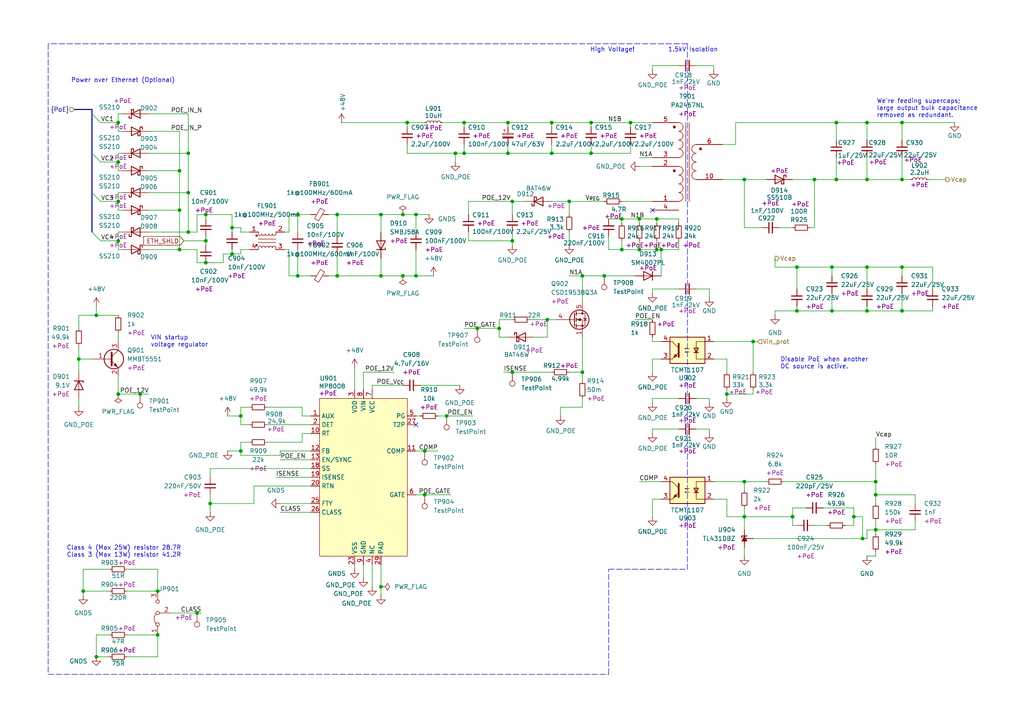
<source format=kicad_sch>
(kicad_sch (version 20231120) (generator "eeschema") (generator_version "8.0")
  (paper "A4")
  (title_block (title "HALPI2") (date "2025-01-03") (rev "v0.0.1") (company "Hat Labs Oy") (comment 1 "https://creativecommons.org/licenses/by/4.0") (comment 2 "To view a copy of this license, visit ") (comment 3 "HALPI2 is licensed under CC BY 4.0."))
  (junction (at 27.94 190.5))
  (junction (at 86.36 80.01))
  (junction (at 180.34 63.5))
  (junction (at 215.9 149.86) (diameter 0.9144))
  (junction (at 254 143.51) (diameter 0.9144))
  (junction (at 215.9 52.07))
  (junction (at 97.79 62.23) (diameter 0.9144))
  (junction (at 251.46 90.17) (diameter 0.9144))
  (junction (at 134.62 44.45) (diameter 0.9144))
  (junction (at 97.79 80.01) (diameter 0.9144))
  (junction (at 147.32 35.56) (diameter 0.9144))
  (junction (at 242.57 52.07))
  (junction (at 190.5 63.5))
  (junction (at 160.02 44.45) (diameter 0.9144))
  (junction (at 242.57 35.56) (diameter 0.9144))
  (junction (at 34.29 69.85) (diameter 0.9144))
  (junction (at 185.42 72.39))
  (junction (at 241.3 90.17) (diameter 0.9144))
  (junction (at 236.22 52.07))
  (junction (at 168.91 80.01) (diameter 0.9144))
  (junction (at 191.77 72.39))
  (junction (at 60.96 146.05) (diameter 0.9144))
  (junction (at 250.19 156.21))
  (junction (at 59.69 62.23))
  (junction (at 34.29 58.42) (diameter 0.9144))
  (junction (at 134.62 35.56))
  (junction (at 123.19 130.81))
  (junction (at 168.91 107.95) (diameter 0.9144))
  (junction (at 158.75 92.71) (diameter 0.9144))
  (junction (at 52.07 60.96) (diameter 0.9144))
  (junction (at 34.29 35.56) (diameter 0.9144))
  (junction (at 54.61 55.88) (diameter 0.9144))
  (junction (at 54.61 67.31) (diameter 0.9144))
  (junction (at 52.07 49.53) (diameter 0.9144))
  (junction (at 110.49 170.18))
  (junction (at 148.59 58.42) (diameter 0.9144))
  (junction (at 241.3 77.47) (diameter 0.9144))
  (junction (at 116.84 80.01))
  (junction (at 34.29 114.3))
  (junction (at 148.59 107.95))
  (junction (at 69.85 130.81) (diameter 0.9144))
  (junction (at 54.61 44.45) (diameter 0.9144))
  (junction (at 171.45 44.45))
  (junction (at 116.84 62.23))
  (junction (at 171.45 35.56) (diameter 0.9144))
  (junction (at 180.34 72.39))
  (junction (at 129.54 120.65))
  (junction (at 110.49 62.23) (diameter 0.9144))
  (junction (at 190.5 72.39) (diameter 0.9144))
  (junction (at 261.62 90.17) (diameter 0.9144))
  (junction (at 215.9 139.7) (diameter 0.9144))
  (junction (at 182.88 35.56))
  (junction (at 123.19 143.51))
  (junction (at 57.15 177.8))
  (junction (at 261.62 52.07))
  (junction (at 110.49 80.01) (diameter 0.9144))
  (junction (at 69.85 120.65) (diameter 0.9144))
  (junction (at 138.43 95.25))
  (junction (at 160.02 35.56) (diameter 0.9144))
  (junction (at 45.72 171.45))
  (junction (at 185.42 63.5))
  (junction (at 254 139.7) (diameter 0.9144))
  (junction (at 148.59 69.85) (diameter 0.9144))
  (junction (at 251.46 77.47) (diameter 0.9144))
  (junction (at 120.65 80.01))
  (junction (at 52.07 72.39) (diameter 0.9144))
  (junction (at 165.1 58.42))
  (junction (at 254 153.67) (diameter 0.9144))
  (junction (at 120.65 62.23))
  (junction (at 132.08 44.45))
  (junction (at 86.36 62.23))
  (junction (at 218.44 99.06))
  (junction (at 210.82 114.3))
  (junction (at 67.31 73.66))
  (junction (at 231.14 90.17) (diameter 0.9144))
  (junction (at 147.32 44.45) (diameter 0.9144))
  (junction (at 229.87 149.86) (diameter 0.9144))
  (junction (at 251.46 35.56) (diameter 0.9144))
  (junction (at 175.26 80.01))
  (junction (at 40.64 114.3))
  (junction (at 27.94 91.44) (diameter 0.9144))
  (junction (at 34.29 46.99) (diameter 0.9144))
  (junction (at 45.72 184.15))
  (junction (at 231.14 77.47) (diameter 0.9144))
  (junction (at 22.86 104.14) (diameter 0.9144))
  (junction (at 144.78 95.25) (diameter 0.9144))
  (junction (at 67.31 66.04))
  (junction (at 251.46 52.07))
  (junction (at 261.62 77.47) (diameter 0.9144))
  (junction (at 59.69 76.2))
  (junction (at 261.62 35.56) (diameter 0.9144))
  (junction (at 59.69 69.85))
  (junction (at 118.11 35.56))
  (junction (at 247.65 149.86))
  (junction (at 24.13 171.45))
  (no_connect (at 189.23 60.96))
  (no_connect (at 120.65 123.19))
  (bus_entry (at 26.67 33.02) (size 2.54 2.54) (stroke (width 0.1524)))
  (bus_entry (at 26.67 67.31) (size 2.54 2.54) (stroke (width 0.1524)))
  (bus_entry (at 26.67 44.45) (size 2.54 2.54) (stroke (width 0.1524)))
  (bus_entry (at 26.67 55.88) (size 2.54 2.54) (stroke (width 0.1524)))
  (wire (pts (xy 229.87 149.86) (xy 229.87 152.4)))
  (polyline (pts (xy 13.97 12.7) (xy 13.97 195.58)) (stroke (width 0) (type dash)))
  (wire (pts (xy 120.65 62.23) (xy 124.46 62.23)))
  (wire (pts (xy 49.53 177.8) (xy 57.15 177.8)))
  (wire (pts (xy 132.08 44.45) (xy 132.08 46.99)))
  (wire (pts (xy 215.9 139.7) (xy 215.9 142.24)))
  (wire (pts (xy 218.44 113.03) (xy 218.44 114.3)))
  (wire (pts (xy 242.57 35.56) (xy 242.57 40.64)))
  (wire (pts (xy 69.85 73.66) (xy 67.31 73.66)))
  (wire (pts (xy 24.13 171.45) (xy 31.75 171.45)))
  (wire (pts (xy 24.13 165.1) (xy 31.75 165.1)))
  (wire (pts (xy 154.94 97.79) (xy 158.75 97.79)))
  (wire (pts (xy 176.53 72.39) (xy 180.34 72.39)))
  (wire (pts (xy 190.5 72.39) (xy 190.5 69.85)))
  (wire (pts (xy 69.85 67.31) (xy 69.85 66.04)))
  (wire (pts (xy 72.39 67.31) (xy 69.85 67.31)))
  (wire (pts (xy 57.15 62.23) (xy 57.15 67.31)))
  (wire (pts (xy 205.74 86.36) (xy 205.74 83.82)))
  (wire (pts (xy 205.74 115.57) (xy 201.93 115.57)))
  (wire (pts (xy 189.23 124.46) (xy 189.23 125.73)))
  (wire (pts (xy 196.85 124.46) (xy 189.23 124.46)))
  (wire (pts (xy 134.62 44.45) (xy 132.08 44.45)))
  (wire (pts (xy 138.43 95.25) (xy 144.78 95.25)))
  (wire (pts (xy 242.57 52.07) (xy 251.46 52.07)))
  (wire (pts (xy 73.66 140.97) (xy 73.66 146.05)))
  (wire (pts (xy 73.66 146.05) (xy 60.96 146.05)))
  (wire (pts (xy 90.17 140.97) (xy 73.66 140.97)))
  (wire (pts (xy 57.15 177.8) (xy 58.42 177.8)))
  (wire (pts (xy 182.88 44.45) (xy 182.88 41.91)))
  (wire (pts (xy 90.17 62.23) (xy 86.36 62.23)))
  (wire (pts (xy 196.85 63.5) (xy 196.85 64.77)))
  (wire (pts (xy 180.34 72.39) (xy 185.42 72.39)))
  (wire (pts (xy 24.13 172.72) (xy 24.13 171.45)))
  (wire (pts (xy 182.88 35.56) (xy 182.88 36.83)))
  (wire (pts (xy 102.87 106.68) (xy 102.87 113.03)))
  (wire (pts (xy 254 127) (xy 254 129.54)))
  (wire (pts (xy 180.34 63.5) (xy 176.53 63.5)))
  (wire (pts (xy 43.18 67.31) (xy 54.61 67.31)))
  (bus (pts (xy 26.67 31.75) (xy 26.67 33.02)))
  (bus (pts (xy 26.67 33.02) (xy 26.67 44.45)))
  (bus (pts (xy 26.67 44.45) (xy 26.67 55.88)))
  (bus (pts (xy 26.67 55.88) (xy 26.67 67.31)))
  (wire (pts (xy 123.19 130.81) (xy 127 130.81)))
  (wire (pts (xy 127 120.65) (xy 129.54 120.65)))
  (wire (pts (xy 144.78 97.79) (xy 144.78 95.25)))
  (wire (pts (xy 185.42 69.85) (xy 185.42 72.39)))
  (wire (pts (xy 54.61 44.45) (xy 54.61 55.88)))
  (wire (pts (xy 105.41 163.83) (xy 105.41 167.64)))
  (wire (pts (xy 29.21 35.56) (xy 34.29 35.56)))
  (wire (pts (xy 87.63 120.65) (xy 87.63 118.11)))
  (wire (pts (xy 90.17 120.65) (xy 87.63 120.65)))
  (wire (pts (xy 224.79 90.17) (xy 231.14 90.17)))
  (wire (pts (xy 118.11 35.56) (xy 123.19 35.56)))
  (wire (pts (xy 132.08 44.45) (xy 118.11 44.45)))
  (wire (pts (xy 69.85 132.08) (xy 81.28 132.08)))
  (wire (pts (xy 69.85 123.19) (xy 72.39 123.19)))
  (wire (pts (xy 110.49 74.93) (xy 110.49 80.01)))
  (wire (pts (xy 148.59 58.42) (xy 152.4 58.42)))
  (wire (pts (xy 196.85 83.82) (xy 189.23 83.82)))
  (wire (pts (xy 54.61 55.88) (xy 54.61 67.31)))
  (wire (pts (xy 180.34 63.5) (xy 180.34 64.77)))
  (wire (pts (xy 59.69 62.23) (xy 59.69 63.5)))
  (wire (pts (xy 171.45 44.45) (xy 182.88 44.45)))
  (wire (pts (xy 251.46 88.9) (xy 251.46 90.17)))
  (wire (pts (xy 148.59 58.42) (xy 148.59 62.23)))
  (wire (pts (xy 189.23 83.82) (xy 189.23 85.09)))
  (wire (pts (xy 83.82 62.23) (xy 83.82 67.31)))
  (wire (pts (xy 105.41 107.95) (xy 114.3 107.95)))
  (wire (pts (xy 158.75 92.71) (xy 153.67 92.71)))
  (wire (pts (xy 135.89 58.42) (xy 135.89 62.23)))
  (wire (pts (xy 118.11 35.56) (xy 118.11 36.83)))
  (wire (pts (xy 90.17 80.01) (xy 86.36 80.01)))
  (wire (pts (xy 224.79 90.17) (xy 224.79 91.44)))
  (wire (pts (xy 185.42 72.39) (xy 190.5 72.39)))
  (wire (pts (xy 146.05 107.95) (xy 148.59 107.95)))
  (wire (pts (xy 215.9 66.04) (xy 215.9 52.07)))
  (wire (pts (xy 261.62 85.09) (xy 261.62 90.17)))
  (wire (pts (xy 54.61 33.02) (xy 54.61 44.45)))
  (wire (pts (xy 190.5 63.5) (xy 196.85 63.5)))
  (wire (pts (xy 270.51 88.9) (xy 270.51 90.17)))
  (wire (pts (xy 254 160.02) (xy 254 161.29)))
  (wire (pts (xy 254 161.29) (xy 251.46 161.29)))
  (wire (pts (xy 231.14 77.47) (xy 241.3 77.47)))
  (wire (pts (xy 215.9 149.86) (xy 229.87 149.86)))
  (wire (pts (xy 191.77 72.39) (xy 190.5 72.39)))
  (wire (pts (xy 191.77 80.01) (xy 191.77 72.39)))
  (wire (pts (xy 90.17 135.89) (xy 60.96 135.89)))
  (wire (pts (xy 60.96 135.89) (xy 60.96 138.43)))
  (wire (pts (xy 241.3 77.47) (xy 241.3 80.01)))
  (wire (pts (xy 189.23 104.14) (xy 189.23 107.95)))
  (wire (pts (xy 207.01 19.05) (xy 201.93 19.05)))
  (wire (pts (xy 81.28 146.05) (xy 90.17 146.05)))
  (wire (pts (xy 45.72 165.1) (xy 45.72 171.45)))
  (wire (pts (xy 67.31 73.66) (xy 67.31 72.39)))
  (wire (pts (xy 81.28 148.59) (xy 90.17 148.59)))
  (polyline (pts (xy 13.97 195.58) (xy 176.53 195.58)) (stroke (width 0) (type dash)))
  (wire (pts (xy 34.29 44.45) (xy 34.29 46.99)))
  (wire (pts (xy 116.84 62.23) (xy 120.65 62.23)))
  (wire (pts (xy 245.11 152.4) (xy 247.65 152.4)))
  (wire (pts (xy 238.76 147.32) (xy 247.65 147.32)))
  (wire (pts (xy 247.65 149.86) (xy 247.65 147.32)))
  (wire (pts (xy 247.65 152.4) (xy 247.65 149.86)))
  (wire (pts (xy 59.69 62.23) (xy 67.31 62.23)))
  (wire (pts (xy 160.02 58.42) (xy 165.1 58.42)))
  (wire (pts (xy 254 139.7) (xy 254 143.51)))
  (wire (pts (xy 254 134.62) (xy 254 139.7)))
  (wire (pts (xy 254 143.51) (xy 254 146.05)))
  (wire (pts (xy 191.77 104.14) (xy 189.23 104.14)))
  (wire (pts (xy 59.69 68.58) (xy 59.69 69.85)))
  (wire (pts (xy 97.79 62.23) (xy 97.79 68.58)))
  (wire (pts (xy 120.65 62.23) (xy 120.65 67.31)))
  (wire (pts (xy 110.49 170.18) (xy 110.49 172.72)))
  (wire (pts (xy 215.9 158.75) (xy 215.9 161.29)))
  (wire (pts (xy 83.82 62.23) (xy 86.36 62.23)))
  (wire (pts (xy 261.62 45.72) (xy 261.62 52.07)))
  (wire (pts (xy 210.82 113.03) (xy 210.82 114.3)))
  (wire (pts (xy 87.63 128.27) (xy 87.63 125.73)))
  (wire (pts (xy 77.47 128.27) (xy 87.63 128.27)))
  (wire (pts (xy 269.24 52.07) (xy 274.32 52.07)))
  (wire (pts (xy 207.01 20.32) (xy 207.01 19.05)))
  (wire (pts (xy 45.72 190.5) (xy 45.72 184.15)))
  (wire (pts (xy 261.62 77.47) (xy 261.62 80.01)))
  (wire (pts (xy 241.3 77.47) (xy 251.46 77.47)))
  (wire (pts (xy 227.33 139.7) (xy 254 139.7)))
  (wire (pts (xy 110.49 62.23) (xy 116.84 62.23)))
  (wire (pts (xy 52.07 72.39) (xy 57.15 72.39)))
  (wire (pts (xy 66.04 130.81) (xy 69.85 130.81)))
  (wire (pts (xy 185.42 48.26) (xy 189.23 48.26)))
  (wire (pts (xy 261.62 90.17) (xy 270.51 90.17)))
  (wire (pts (xy 53.34 69.85) (xy 59.69 69.85)))
  (polyline (pts (xy 176.53 195.58) (xy 176.53 165.1)) (stroke (width 0) (type dash)))
  (wire (pts (xy 185.42 63.5) (xy 185.42 64.77)))
  (wire (pts (xy 254 153.67) (xy 254 154.94)))
  (wire (pts (xy 254 151.13) (xy 254 153.67)))
  (wire (pts (xy 144.78 95.25) (xy 144.78 92.71)))
  (wire (pts (xy 52.07 60.96) (xy 52.07 72.39)))
  (wire (pts (xy 34.29 60.96) (xy 34.29 58.42)))
  (wire (pts (xy 86.36 72.39) (xy 86.36 80.01)))
  (wire (pts (xy 236.22 52.07) (xy 242.57 52.07)))
  (wire (pts (xy 35.56 38.1) (xy 34.29 38.1)))
  (wire (pts (xy 129.54 120.65) (xy 137.16 120.65)))
  (wire (pts (xy 205.74 124.46) (xy 201.93 124.46)))
  (wire (pts (xy 205.74 125.73) (xy 205.74 124.46)))
  (wire (pts (xy 36.83 184.15) (xy 45.72 184.15)))
  (wire (pts (xy 43.18 49.53) (xy 52.07 49.53)))
  (wire (pts (xy 134.62 41.91) (xy 134.62 44.45)))
  (wire (pts (xy 99.06 35.56) (xy 118.11 35.56)))
  (wire (pts (xy 251.46 52.07) (xy 261.62 52.07)))
  (wire (pts (xy 57.15 62.23) (xy 59.69 62.23)))
  (wire (pts (xy 144.78 92.71) (xy 148.59 92.71)))
  (wire (pts (xy 185.42 63.5) (xy 180.34 63.5)))
  (wire (pts (xy 110.49 163.83) (xy 110.49 170.18)))
  (wire (pts (xy 182.88 35.56) (xy 189.23 35.56)))
  (wire (pts (xy 116.84 80.01) (xy 120.65 80.01)))
  (wire (pts (xy 189.23 144.78) (xy 189.23 149.86)))
  (wire (pts (xy 191.77 144.78) (xy 189.23 144.78)))
  (wire (pts (xy 242.57 35.56) (xy 251.46 35.56)))
  (wire (pts (xy 251.46 35.56) (xy 261.62 35.56)))
  (wire (pts (xy 261.62 35.56) (xy 276.86 35.56)))
  (wire (pts (xy 52.07 49.53) (xy 52.07 60.96)))
  (wire (pts (xy 168.91 115.57) (xy 168.91 118.11)))
  (wire (pts (xy 128.27 35.56) (xy 134.62 35.56)))
  (wire (pts (xy 34.29 109.22) (xy 34.29 114.3)))
  (wire (pts (xy 270.51 77.47) (xy 270.51 83.82)))
  (wire (pts (xy 134.62 35.56) (xy 147.32 35.56)))
  (wire (pts (xy 34.29 72.39) (xy 34.29 69.85)))
  (wire (pts (xy 207.01 99.06) (xy 218.44 99.06)))
  (wire (pts (xy 29.21 69.85) (xy 34.29 69.85)))
  (wire (pts (xy 147.32 97.79) (xy 144.78 97.79)))
  (wire (pts (xy 27.94 88.9) (xy 27.94 91.44)))
  (wire (pts (xy 22.86 104.14) (xy 22.86 107.95)))
  (wire (pts (xy 26.67 104.14) (xy 22.86 104.14)))
  (wire (pts (xy 134.62 35.56) (xy 134.62 36.83)))
  (wire (pts (xy 34.29 67.31) (xy 34.29 69.85)))
  (wire (pts (xy 147.32 35.56) (xy 147.32 36.83)))
  (wire (pts (xy 196.85 19.05) (xy 189.23 19.05)))
  (wire (pts (xy 185.42 45.72) (xy 189.23 45.72)))
  (wire (pts (xy 209.55 41.91) (xy 213.36 41.91)))
  (wire (pts (xy 213.36 41.91) (xy 213.36 35.56)))
  (wire (pts (xy 196.85 69.85) (xy 196.85 72.39)))
  (wire (pts (xy 43.18 55.88) (xy 54.61 55.88)))
  (polyline (pts (xy 199.39 12.7) (xy 199.39 165.1)) (stroke (width 0) (type dash)))
  (wire (pts (xy 36.83 171.45) (xy 45.72 171.45)))
  (wire (pts (xy 250.19 156.21) (xy 251.46 156.21)))
  (wire (pts (xy 218.44 156.21) (xy 250.19 156.21)))
  (wire (pts (xy 160.02 41.91) (xy 160.02 44.45)))
  (wire (pts (xy 224.79 77.47) (xy 224.79 74.93)))
  (wire (pts (xy 97.79 62.23) (xy 110.49 62.23)))
  (wire (pts (xy 54.61 67.31) (xy 57.15 67.31)))
  (polyline (pts (xy 176.53 165.1) (xy 199.39 165.1)) (stroke (width 0) (type dash)))
  (wire (pts (xy 105.41 113.03) (xy 105.41 107.95)))
  (wire (pts (xy 29.21 46.99) (xy 34.29 46.99)))
  (wire (pts (xy 148.59 67.31) (xy 148.59 69.85)))
  (wire (pts (xy 168.91 97.79) (xy 168.91 107.95)))
  (wire (pts (xy 64.77 76.2) (xy 64.77 73.66)))
  (wire (pts (xy 77.47 118.11) (xy 87.63 118.11)))
  (wire (pts (xy 87.63 125.73) (xy 90.17 125.73)))
  (wire (pts (xy 120.65 130.81) (xy 123.19 130.81)))
  (wire (pts (xy 148.59 107.95) (xy 160.02 107.95)))
  (polyline (pts (xy 199.39 12.7) (xy 13.97 12.7)) (stroke (width 0) (type dash)))
  (wire (pts (xy 215.9 149.86) (xy 215.9 153.67)))
  (wire (pts (xy 226.06 66.04) (xy 229.87 66.04)))
  (wire (pts (xy 176.53 68.58) (xy 176.53 72.39)))
  (wire (pts (xy 59.69 76.2) (xy 64.77 76.2)))
  (wire (pts (xy 165.1 58.42) (xy 175.26 58.42)))
  (wire (pts (xy 35.56 55.88) (xy 34.29 55.88)))
  (wire (pts (xy 265.43 153.67) (xy 265.43 151.13)))
  (wire (pts (xy 250.19 149.86) (xy 250.19 156.21)))
  (wire (pts (xy 247.65 149.86) (xy 250.19 149.86)))
  (wire (pts (xy 231.14 77.47) (xy 231.14 83.82)))
  (wire (pts (xy 43.18 33.02) (xy 54.61 33.02)))
  (wire (pts (xy 35.56 33.02) (xy 34.29 33.02)))
  (wire (pts (xy 158.75 97.79) (xy 158.75 92.71)))
  (wire (pts (xy 229.87 52.07) (xy 236.22 52.07)))
  (wire (pts (xy 134.62 95.25) (xy 138.43 95.25)))
  (wire (pts (xy 34.29 49.53) (xy 34.29 46.99)))
  (wire (pts (xy 175.26 80.01) (xy 184.15 80.01)))
  (wire (pts (xy 218.44 99.06) (xy 219.71 99.06)))
  (wire (pts (xy 171.45 35.56) (xy 171.45 36.83)))
  (wire (pts (xy 77.47 123.19) (xy 90.17 123.19)))
  (wire (pts (xy 261.62 77.47) (xy 270.51 77.47)))
  (wire (pts (xy 207.01 104.14) (xy 210.82 104.14)))
  (wire (pts (xy 162.56 118.11) (xy 162.56 120.65)))
  (wire (pts (xy 43.18 44.45) (xy 54.61 44.45)))
  (wire (pts (xy 215.9 147.32) (xy 215.9 149.86)))
  (wire (pts (xy 83.82 80.01) (xy 86.36 80.01)))
  (wire (pts (xy 218.44 114.3) (xy 210.82 114.3)))
  (wire (pts (xy 102.87 163.83) (xy 102.87 165.1)))
  (wire (pts (xy 231.14 88.9) (xy 231.14 90.17)))
  (wire (pts (xy 22.86 115.57) (xy 22.86 118.11)))
  (wire (pts (xy 34.29 55.88) (xy 34.29 58.42)))
  (wire (pts (xy 147.32 35.56) (xy 160.02 35.56)))
  (wire (pts (xy 35.56 49.53) (xy 34.29 49.53)))
  (wire (pts (xy 69.85 128.27) (xy 69.85 130.81)))
  (wire (pts (xy 72.39 128.27) (xy 69.85 128.27)))
  (wire (pts (xy 69.85 130.81) (xy 69.85 132.08)))
  (wire (pts (xy 236.22 66.04) (xy 236.22 52.07)))
  (wire (pts (xy 205.74 116.84) (xy 205.74 115.57)))
  (wire (pts (xy 265.43 143.51) (xy 265.43 146.05)))
  (wire (pts (xy 254 143.51) (xy 265.43 143.51)))
  (wire (pts (xy 120.65 72.39) (xy 120.65 80.01)))
  (wire (pts (xy 220.98 66.04) (xy 215.9 66.04)))
  (wire (pts (xy 82.55 67.31) (xy 83.82 67.31)))
  (wire (pts (xy 196.85 115.57) (xy 189.23 115.57)))
  (wire (pts (xy 171.45 35.56) (xy 182.88 35.56)))
  (wire (pts (xy 43.18 72.39) (xy 52.07 72.39)))
  (wire (pts (xy 83.82 72.39) (xy 83.82 80.01)))
  (wire (pts (xy 135.89 67.31) (xy 135.89 69.85)))
  (wire (pts (xy 134.62 44.45) (xy 147.32 44.45)))
  (wire (pts (xy 34.29 96.52) (xy 34.29 99.06)))
  (wire (pts (xy 120.65 143.51) (xy 123.19 143.51)))
  (wire (pts (xy 97.79 73.66) (xy 97.79 80.01)))
  (wire (pts (xy 69.85 66.04) (xy 67.31 66.04)))
  (wire (pts (xy 97.79 80.01) (xy 110.49 80.01)))
  (wire (pts (xy 110.49 80.01) (xy 116.84 80.01)))
  (wire (pts (xy 95.25 80.01) (xy 97.79 80.01)))
  (wire (pts (xy 205.74 83.82) (xy 201.93 83.82)))
  (wire (pts (xy 81.28 130.81) (xy 90.17 130.81)))
  (wire (pts (xy 81.28 132.08) (xy 81.28 130.81)))
  (wire (pts (xy 67.31 66.04) (xy 67.31 67.31)))
  (wire (pts (xy 29.21 58.42) (xy 34.29 58.42)))
  (wire (pts (xy 207.01 139.7) (xy 215.9 139.7)))
  (wire (pts (xy 215.9 139.7) (xy 222.25 139.7)))
  (wire (pts (xy 162.56 118.11) (xy 168.91 118.11)))
  (wire (pts (xy 40.64 114.3) (xy 43.18 114.3)))
  (wire (pts (xy 43.18 60.96) (xy 52.07 60.96)))
  (wire (pts (xy 118.11 41.91) (xy 118.11 44.45)))
  (wire (pts (xy 34.29 33.02) (xy 34.29 35.56)))
  (wire (pts (xy 180.34 69.85) (xy 180.34 72.39)))
  (wire (pts (xy 251.46 45.72) (xy 251.46 52.07)))
  (wire (pts (xy 165.1 58.42) (xy 165.1 62.23)))
  (wire (pts (xy 168.91 80.01) (xy 168.91 87.63)))
  (wire (pts (xy 35.56 72.39) (xy 34.29 72.39)))
  (wire (pts (xy 57.15 72.39) (xy 57.15 76.2)))
  (wire (pts (xy 69.85 73.66) (xy 69.85 72.39)))
  (wire (pts (xy 69.85 72.39) (xy 72.39 72.39)))
  (wire (pts (xy 69.85 118.11) (xy 72.39 118.11)))
  (wire (pts (xy 60.96 143.51) (xy 60.96 146.05)))
  (wire (pts (xy 234.95 66.04) (xy 236.22 66.04)))
  (wire (pts (xy 189.23 115.57) (xy 189.23 116.84)))
  (wire (pts (xy 210.82 144.78) (xy 210.82 149.86)))
  (wire (pts (xy 210.82 149.86) (xy 215.9 149.86)))
  (wire (pts (xy 207.01 144.78) (xy 210.82 144.78)))
  (wire (pts (xy 22.86 91.44) (xy 22.86 95.25)))
  (wire (pts (xy 27.94 91.44) (xy 22.86 91.44)))
  (wire (pts (xy 34.29 91.44) (xy 27.94 91.44)))
  (wire (pts (xy 251.46 77.47) (xy 261.62 77.47)))
  (wire (pts (xy 241.3 90.17) (xy 251.46 90.17)))
  (wire (pts (xy 185.42 139.7) (xy 191.77 139.7)))
  (wire (pts (xy 160.02 35.56) (xy 160.02 36.83)))
  (wire (pts (xy 27.94 184.15) (xy 27.94 190.5)))
  (wire (pts (xy 213.36 35.56) (xy 242.57 35.56)))
  (wire (pts (xy 168.91 107.95) (xy 168.91 110.49)))
  (wire (pts (xy 160.02 35.56) (xy 171.45 35.56)))
  (wire (pts (xy 160.02 44.45) (xy 171.45 44.45)))
  (wire (pts (xy 251.46 153.67) (xy 251.46 156.21)))
  (wire (pts (xy 254 153.67) (xy 251.46 153.67)))
  (wire (pts (xy 189.23 99.06) (xy 191.77 99.06)))
  (wire (pts (xy 189.23 97.79) (xy 189.23 99.06)))
  (wire (pts (xy 22.86 100.33) (xy 22.86 104.14)))
  (wire (pts (xy 210.82 114.3) (xy 210.82 115.57)))
  (wire (pts (xy 251.46 77.47) (xy 251.46 83.82)))
  (wire (pts (xy 67.31 62.23) (xy 67.31 66.04)))
  (wire (pts (xy 229.87 152.4) (xy 231.14 152.4)))
  (wire (pts (xy 242.57 45.72) (xy 242.57 52.07)))
  (wire (pts (xy 241.3 85.09) (xy 241.3 90.17)))
  (wire (pts (xy 147.32 41.91) (xy 147.32 44.45)))
  (wire (pts (xy 229.87 147.32) (xy 229.87 149.86)))
  (wire (pts (xy 233.68 147.32) (xy 229.87 147.32)))
  (wire (pts (xy 34.29 38.1) (xy 34.29 35.56)))
  (wire (pts (xy 165.1 80.01) (xy 168.91 80.01)))
  (wire (pts (xy 168.91 80.01) (xy 175.26 80.01)))
  (wire (pts (xy 35.56 67.31) (xy 34.29 67.31)))
  (wire (pts (xy 231.14 90.17) (xy 241.3 90.17)))
  (wire (pts (xy 110.49 67.31) (xy 110.49 62.23)))
  (wire (pts (xy 135.89 58.42) (xy 148.59 58.42)))
  (wire (pts (xy 24.13 165.1) (xy 24.13 171.45)))
  (wire (pts (xy 254 153.67) (xy 265.43 153.67)))
  (wire (pts (xy 57.15 76.2) (xy 59.69 76.2)))
  (wire (pts (xy 236.22 152.4) (xy 240.03 152.4)))
  (wire (pts (xy 165.1 67.31) (xy 165.1 71.12)))
  (wire (pts (xy 171.45 41.91) (xy 171.45 44.45)))
  (wire (pts (xy 66.04 120.65) (xy 69.85 120.65)))
  (wire (pts (xy 59.69 69.85) (xy 59.69 71.12)))
  (wire (pts (xy 224.79 77.47) (xy 231.14 77.47)))
  (wire (pts (xy 52.07 38.1) (xy 52.07 49.53)))
  (wire (pts (xy 184.15 92.71) (xy 189.23 92.71)))
  (wire (pts (xy 120.65 80.01) (xy 125.73 80.01)))
  (wire (pts (xy 218.44 99.06) (xy 218.44 107.95)))
  (bus (pts (xy 21.59 31.75) (xy 26.67 31.75)))
  (wire (pts (xy 210.82 104.14) (xy 210.82 107.95)))
  (wire (pts (xy 209.55 52.07) (xy 215.9 52.07)))
  (wire (pts (xy 107.95 163.83) (xy 107.95 170.18)))
  (wire (pts (xy 135.89 69.85) (xy 148.59 69.85)))
  (wire (pts (xy 35.56 44.45) (xy 34.29 44.45)))
  (wire (pts (xy 189.23 19.05) (xy 189.23 20.32)))
  (wire (pts (xy 34.29 114.3) (xy 40.64 114.3)))
  (wire (pts (xy 107.95 111.76) (xy 116.84 111.76)))
  (wire (pts (xy 107.95 113.03) (xy 107.95 111.76)))
  (wire (pts (xy 95.25 62.23) (xy 97.79 62.23)))
  (wire (pts (xy 165.1 107.95) (xy 168.91 107.95)))
  (wire (pts (xy 69.85 120.65) (xy 69.85 123.19)))
  (wire (pts (xy 69.85 118.11) (xy 69.85 120.65)))
  (wire (pts (xy 251.46 90.17) (xy 261.62 90.17)))
  (wire (pts (xy 86.36 62.23) (xy 86.36 67.31)))
  (wire (pts (xy 36.83 165.1) (xy 45.72 165.1)))
  (wire (pts (xy 121.92 111.76) (xy 133.35 111.76)))
  (wire (pts (xy 35.56 60.96) (xy 34.29 60.96)))
  (wire (pts (xy 158.75 92.71) (xy 161.29 92.71)))
  (wire (pts (xy 36.83 190.5) (xy 45.72 190.5)))
  (wire (pts (xy 148.59 69.85) (xy 148.59 71.12)))
  (wire (pts (xy 251.46 35.56) (xy 251.46 40.64)))
  (wire (pts (xy 261.62 35.56) (xy 261.62 40.64)))
  (wire (pts (xy 196.85 72.39) (xy 191.77 72.39)))
  (wire (pts (xy 147.32 44.45) (xy 160.02 44.45)))
  (wire (pts (xy 64.77 73.66) (xy 67.31 73.66)))
  (wire (pts (xy 60.96 148.59) (xy 60.96 146.05)))
  (wire (pts (xy 261.62 52.07) (xy 264.16 52.07)))
  (wire (pts (xy 123.19 143.51) (xy 130.81 143.51)))
  (wire (pts (xy 82.55 72.39) (xy 83.82 72.39)))
  (wire (pts (xy 215.9 52.07) (xy 222.25 52.07)))
  (wire (pts (xy 27.94 190.5) (xy 31.75 190.5)))
  (wire (pts (xy 80.01 138.43) (xy 90.17 138.43)))
  (wire (pts (xy 81.28 133.35) (xy 90.17 133.35)))
  (wire (pts (xy 27.94 184.15) (xy 31.75 184.15)))
  (wire (pts (xy 43.18 38.1) (xy 52.07 38.1)))
  (wire (pts (xy 190.5 63.5) (xy 185.42 63.5)))
  (wire (pts (xy 190.5 64.77) (xy 190.5 63.5)))
  (wire (pts (xy 120.65 120.65) (xy 121.92 120.65)))
  (wire (pts (xy 180.34 58.42) (xy 189.23 58.42)))
  (text "We're feeding supercaps;\nlarge output bulk capacitance\nremoved as redundant." (at 254.254 31.496 0) (effects (font (size 1.27 1.27)) (justify left)))
  (text "Disable PoE when another\nDC source is active." (at 226.314 105.41 0) (effects (font (size 1.27 1.27)) (justify left)))
  (text "VIN startup\nvoltage regulator" (at 43.688 99.06 0) (effects (font (size 1.27 1.27)) (justify left)))
  (text "Class 4 (Max 25W) resistor 28.7R\nClass 3 (Max 13W) resistor 41.2R" (at 19.304 161.798 0) (effects (font (size 1.27 1.27)) (justify left bottom)))
  (text "Power over Ethernet (Optional)" (at 50.8 24.13 0) (effects (font (size 1.27 1.27)) (justify right bottom)))
  (text "High Voltage!" (at 184.15 15.24 0) (effects (font (size 1.27 1.27)) (justify right bottom)))
  (text "1.5kV Isolation" (at 208.28 15.24 0) (effects (font (size 1.27 1.27)) (justify right bottom)))
  (label "POE_IN_P" (at 49.53 38.1 0))
  (label "VC2" (at 33.02 46.99 180))
  (label "VC1" (at 33.02 35.56 180))
  (label "CLASS" (at 81.28 148.59 0))
  (label "POE_12V" (at 114.3 107.95 180))
  (label "POE_GATE" (at 130.81 143.51 180))
  (label "POE_EN" (at 81.28 133.35 0))
  (label "POE_EN" (at 184.15 92.71 0))
  (label "CLASS" (at 58.42 177.8 180))
  (label "N1B" (at 182.88 63.5 0))
  (label "COMP" (at 185.42 139.7 0))
  (label "Vcap" (at 254 127 0))
  (label "COMP" (at 127 130.81 180))
  (label "POE_EN" (at 137.16 120.65 180))
  (label "V_{REG}" (at 173.99 58.42 180))
  (label "POE_12V" (at 43.18 114.3 180))
  (label "VC3" (at 33.02 58.42 180))
  (label "N1B" (at 180.34 35.56 180))
  (label "POE_IN_N" (at 49.53 33.02 0))
  (label "POE_12V" (at 139.7 58.42 0))
  (label "N1A" (at 165.1 80.01 0))
  (label "ISENSE" (at 146.05 107.95 0))
  (label "POE_V_{CC}" (at 109.22 111.76 0))
  (label "POE_GATE" (at 134.62 95.25 0))
  (label "ISENSE" (at 80.01 138.43 0))
  (label "N1A" (at 185.42 45.72 0))
  (label "VC4" (at 33.02 69.85 180))
  (global_label "ETH_SHLD" (shape input) (at 53.34 69.85 180) (property "Intersheetrefs" "${INTERSHEET_REFS}" (effects (hide yes))))
  (hierarchical_label "{PoE}" (shape input) (at 21.59 31.75 180))
  (hierarchical_label "Vin_prot" (shape input) (at 219.71 99.06 0))
  (hierarchical_label "Vcap" (shape output) (at 274.32 52.07 0))
  (hierarchical_label "Vcap" (shape output) (at 224.79 74.93 0))
  (symbol (lib_id "Device:D_Schottky") (at 39.37 67.31 0) (mirror x) (unit 1)
    (property "Reference" "D908" (at 43.18 65.6398 0))
    (property "Value" "SS210" (at 31.75 65.398 0))
    (property "Footprint" "Diode_SMD:D_SMA" (effects (hide yes)))
    (property "Config" "+PoE" (at 34.29 68.58 0))
    (property "Manufacturer" "Diodes Incorporated" (effects (hide yes)))
    (property "PartNumber" "B1100-13-F" (effects (hide yes)))
    (property "LCSC" "C14996" (effects (hide yes)))
  )
  (symbol (lib_id "Connector:TestPoint") (at 57.15 177.8 180) (unit 1)
    (property "Reference" "TP905" (at 59.69 179.8319 0) (effects (justify right)))
    (property "Value" "TestPoint" (at 59.69 182.3719 0) (effects (justify right)))
    (property "Footprint" "TestPoint:TestPoint_Pad_D1.0mm" (effects (hide yes)))
    (property "Description" "test point" (effects (hide yes)))
  )
  (symbol (lib_id "Device:C_Small") (at 199.39 115.57 90) (unit 1)
    (property "Reference" "C920" (at 200.7806 118.3258 90) (effects (justify left)))
    (property "Value" "1nF/2kV" (at 203.079 120.231 90) (effects (justify left)))
    (property "Footprint" "Capacitor_SMD:C_1812_4532Metric" (effects (hide yes)))
    (property "Config" "+PoE" (at 199.39 121.92 90))
    (property "LCSC" "C36077" (effects (hide yes)))
  )
  (symbol (lib_id "power:GND1") (at 22.86 118.11 0) (unit 1)
    (property "Reference" "#PWR0901" (effects (hide yes)))
    (property "Value" "GND_POE" (at 22.86 123.19 0))
    (property "Description" "Power symbol creates a global label with name \"GND1\" , ground" (effects (hide yes)))
  )
  (symbol (lib_id "power:GNDS") (at 102.87 165.1 0) (unit 1)
    (property "Reference" "#PWR0911" (effects (hide yes)))
    (property "Value" "GNDS" (at 100.33 166.3699 0) (effects (justify right)))
    (property "Description" "Power symbol creates a global label with name \"GNDS\" , signal ground" (effects (hide yes)))
  )
  (symbol (lib_id "power:GND") (at 210.82 115.57 0) (unit 1)
    (property "Reference" "#PWR0933" (effects (hide yes)))
    (property "Value" "GND" (at 212.8393 119.3801 0) (effects (justify right)))
    (property "Description" "Power symbol creates a global label with name \"GND\" , ground" (effects (hide yes)))
  )
  (symbol (lib_id "power:GND1") (at 110.49 172.72 0) (unit 1)
    (property "Reference" "#PWR0914" (effects (hide yes)))
    (property "Value" "GND_POE" (at 99.06 175.006 0) (effects (justify left)))
    (property "Description" "Power symbol creates a global label with name \"GND1\" , ground" (effects (hide yes)))
  )
  (symbol (lib_id "Device:R_Small") (at 232.41 66.04 90) (mirror x) (unit 1)
    (property "Reference" "R925" (at 234.3086 63.7287 90) (effects (justify left)))
    (property "Value" "100R" (at 234.321 61.316 90) (effects (justify left)))
    (property "Footprint" "Resistor_SMD:R_0805_2012Metric" (effects (hide yes)))
    (property "Config" "+PoE" (at 232.156 59.182 90))
    (property "LCSC" "C17408" (effects (hide yes)))
  )
  (symbol (lib_id "Yellow:Filter_EMI_LL_1243") (at 77.47 69.85 0) (unit 1)
    (property "Reference" "FL901" (at 77.47 59.69 0))
    (property "Value" "1k@100MHz/500mA" (at 77.47 62.23 0))
    (property "Footprint" "Hatlabs:L_CommonModeChoke_Sunltech_SMW5045S102LTT" (effects (hide yes)))
    (property "Config" "+PoE" (at 77.47 64.77 0))
    (property "LCSC" "C254911" (effects (hide yes)))
  )
  (symbol (lib_id "power:GND1") (at 189.23 125.73 0) (unit 1)
    (property "Reference" "#PWR0927" (effects (hide yes)))
    (property "Value" "GND_POE" (at 189.3443 130.0544 0))
    (property "Description" "Power symbol creates a global label with name \"GND1\" , ground" (effects (hide yes)))
  )
  (symbol (lib_id "Device:R_Small") (at 74.93 118.11 90) (unit 1)
    (property "Reference" "R907" (at 74.93 110.49 90))
    (property "Value" "49.9k" (at 74.93 113.03 90))
    (property "Footprint" "Resistor_SMD:R_0402_1005Metric" (effects (hide yes)))
    (property "Config" "+PoE" (at 74.93 115.57 90))
    (property "LCSC" "C25897" (effects (hide yes)))
  )
  (symbol (lib_id "Connector:TestPoint") (at 40.64 114.3 180) (unit 1)
    (property "Reference" "TP901" (at 43.18 116.3319 0) (effects (justify right)))
    (property "Value" "TestPoint" (at 43.18 118.8719 0) (effects (justify right)))
    (property "Footprint" "TestPoint:TestPoint_Pad_D1.0mm" (effects (hide yes)))
    (property "Description" "test point" (effects (hide yes)))
  )
  (symbol (lib_id "Device:C_Small") (at 270.51 86.36 0) (unit 1)
    (property "Reference" "C933" (at 273.05 83.8262 0) (effects (justify left)))
    (property "Value" "22uF/25V" (at 273.05 86.3662 0) (effects (justify left)))
    (property "Footprint" "Capacitor_SMD:C_0805_2012Metric" (effects (hide yes)))
    (property "Config" "+PoE" (at 273.05 88.9062 0) (effects (justify left)))
    (property "LCSC" "C45783" (effects (hide yes)))
  )
  (symbol (lib_id "power:GND") (at 251.46 161.29 0) (unit 1)
    (property "Reference" "#PWR0936" (effects (hide yes)))
    (property "Value" "GND" (at 251.46 166.37 0))
    (property "Description" "Power symbol creates a global label with name \"GND\" , ground" (effects (hide yes)))
  )
  (symbol (lib_id "Device:D_Zener") (at 110.49 71.12 270) (mirror x) (unit 1)
    (property "Reference" "D910" (at 113.03 64.77 90) (effects (justify left)))
    (property "Value" "SMBJ58A" (at 113.03 67.31 90) (effects (justify left)))
    (property "Footprint" "Diode_SMD:D_SMB" (effects (hide yes)))
    (property "Config" "+PoE" (at 113.03 69.85 90) (effects (justify left)))
    (property "LCSC" "C41376102" (effects (hide yes)))
  )
  (symbol (lib_id "Device:R_Small") (at 242.57 152.4 270) (unit 1)
    (property "Reference" "R926" (at 242.57 143.51 90))
    (property "Value" "49.9k" (at 242.57 146.05 90))
    (property "Footprint" "Resistor_SMD:R_0402_1005Metric" (effects (hide yes)))
    (property "Config" "+PoE" (at 242.57 148.59 90))
    (property "LCSC" "C25897" (effects (hide yes)))
  )
  (symbol (lib_id "Connector:TestPoint") (at 138.43 95.25 0) (mirror x) (unit 1)
    (property "Reference" "TP907" (at 135.89 97.2819 0) (effects (justify right)))
    (property "Value" "TestPoint" (at 135.89 99.8219 0) (effects (justify right)))
    (property "Footprint" "TestPoint:TestPoint_Pad_D1.0mm" (effects (hide yes)))
    (property "Description" "test point" (effects (hide yes)))
  )
  (symbol (lib_id "Device:C_Small") (at 160.02 39.37 0) (unit 1)
    (property "Reference" "C914" (at 161.0742 36.9506 0) (effects (justify left)))
    (property "Value" "2.2uF/100V" (at 161.074 41.789 0) (effects (justify left)))
    (property "Footprint" "Capacitor_SMD:C_1206_3216Metric" (effects (hide yes)))
    (property "Config" "+PoE" (at 165.1 39.37 0))
    (property "LCSC" "C7393990" (effects (hide yes)))
  )
  (symbol (lib_id "Device:R_Small") (at 168.91 113.03 0) (unit 1)
    (property "Reference" "R914" (at 170.18 110.4899 0) (effects (justify left)))
    (property "Value" "50m" (at 170.18 113.0299 0) (effects (justify left)))
    (property "Footprint" "Resistor_SMD:R_1206_3216Metric" (effects (hide yes)))
    (property "Config" "+PoE" (at 170.18 115.5699 0) (effects (justify left)))
    (property "Characteristics" "0.1 Watt" (effects (hide yes)))
    (property "LCSC" "C5159739" (effects (hide yes)))
  )
  (symbol (lib_id "Device:R_Small") (at 124.46 120.65 90) (unit 1)
    (property "Reference" "R910" (at 124.46 113.03 90))
    (property "Value" "10k" (at 124.46 115.57 90))
    (property "Footprint" "Resistor_SMD:R_0402_1005Metric" (effects (hide yes)))
    (property "Config" "+PoE" (at 124.46 118.11 90))
    (property "LCSC" "C25744" (effects (hide yes)))
  )
  (symbol (lib_id "Device:C_Small") (at 199.39 19.05 90) (unit 1)
    (property "Reference" "C918" (at 200.7806 21.8058 90) (effects (justify left)))
    (property "Value" "1nF/2kV" (at 203.079 23.711 90) (effects (justify left)))
    (property "Footprint" "Capacitor_SMD:C_1812_4532Metric" (effects (hide yes)))
    (property "Config" "+PoE" (at 199.39 25.4 90))
    (property "LCSC" "C36077" (effects (hide yes)))
  )
  (symbol (lib_id "Device:C_Small") (at 242.57 43.18 0) (unit 1)
    (property "Reference" "C927" (at 242.9892 41.3956 0) (effects (justify left)))
    (property "Value" "1uF/25V" (at 242.989 45.091 0) (effects (justify left)))
    (property "Footprint" "Capacitor_SMD:C_0402_1005Metric" (effects (hide yes)))
    (property "Config" "+PoE" (at 245.237 47.117 0))
    (property "LCSC" "C52923" (effects (hide yes)))
  )
  (symbol (lib_id "Device:R_Small") (at 254 157.48 180) (unit 1)
    (property "Reference" "R929" (at 256.54 154.9399 0) (effects (justify right)))
    (property "Value" "49.9k" (at 256.54 157.4799 0) (effects (justify right)))
    (property "Footprint" "Resistor_SMD:R_0603_1608Metric" (effects (hide yes)))
    (property "Config" "+PoE" (at 256.54 160.0199 0) (effects (justify right)))
    (property "LCSC" "C23184" (effects (hide yes)))
  )
  (symbol (lib_id "power:GND1") (at 165.1 71.12 0) (unit 1)
    (property "Reference" "#PWR0921" (effects (hide yes)))
    (property "Value" "GND_POE" (at 165.2143 75.4444 0))
    (property "Description" "Power symbol creates a global label with name \"GND1\" , ground" (effects (hide yes)))
  )
  (symbol (lib_id "Device:C_Small") (at 60.96 140.97 180) (unit 1)
    (property "Reference" "C903" (at 58.42 138.4235 0) (effects (justify left)))
    (property "Value" "220nF/50V" (at 58.42 140.9635 0) (effects (justify left)))
    (property "Footprint" "Capacitor_SMD:C_0805_2012Metric" (effects (hide yes)))
    (property "Config" "+PoE" (at 58.42 143.5035 0) (effects (justify left)))
    (property "LCSC" "C5378" (effects (hide yes)))
  )
  (symbol (lib_id "power:GND1") (at 105.41 167.64 0) (unit 1)
    (property "Reference" "#PWR0912" (effects (hide yes)))
    (property "Value" "GND_POE" (at 98.806 169.672 0))
    (property "Description" "Power symbol creates a global label with name \"GND1\" , ground" (effects (hide yes)))
  )
  (symbol (lib_id "Device:C_Small") (at 231.14 86.36 0) (unit 1)
    (property "Reference" "C923" (at 233.68 83.8262 0) (effects (justify left)))
    (property "Value" "22uF/25V" (at 233.68 86.3662 0) (effects (justify left)))
    (property "Footprint" "Capacitor_SMD:C_0805_2012Metric" (effects (hide yes)))
    (property "Config" "+PoE" (at 233.68 88.9062 0) (effects (justify left)))
    (property "LCSC" "C45783" (effects (hide yes)))
  )
  (symbol (lib_id "power:GND1") (at 189.23 85.09 0) (unit 1)
    (property "Reference" "#PWR0924" (effects (hide yes)))
    (property "Value" "GND_POE" (at 189.3443 89.4144 0))
    (property "Description" "Power symbol creates a global label with name \"GND1\" , ground" (effects (hide yes)))
  )
  (symbol (lib_id "power:GND1") (at 132.08 46.99 0) (unit 1)
    (property "Reference" "#PWR0917" (effects (hide yes)))
    (property "Value" "GND_POE" (at 132.1943 51.3144 0))
    (property "Description" "Power symbol creates a global label with name \"GND1\" , ground" (effects (hide yes)))
  )
  (symbol (lib_id "Device:R_Small") (at 190.5 67.31 0) (unit 1)
    (property "Reference" "R919" (at 191.9987 66.1606 0) (effects (justify left)))
    (property "Value" "24k" (at 191.999 68.459 0) (effects (justify left)))
    (property "Footprint" "Resistor_SMD:R_0805_2012Metric" (effects (hide yes)))
    (property "Config" "+PoE" (at 194.31 71.12 0))
    (property "LCSC" "C17575" (effects (hide yes)))
  )
  (symbol (lib_id "Device:R_Small") (at 34.29 190.5 90) (unit 1)
    (property "Reference" "R906" (at 31.75 188.595 90))
    (property "Value" "75R" (at 34.29 192.405 90))
    (property "Footprint" "Resistor_SMD:R_0402_1005Metric" (effects (hide yes)))
    (property "Config" "+PoE" (at 36.83 188.595 90))
    (property "LCSC" "C25133" (effects (hide yes)))
  )
  (symbol (lib_id "Device:C_Small") (at 261.62 82.55 0) (unit 1)
    (property "Reference" "C931" (at 264.16 80.0162 0) (effects (justify left)))
    (property "Value" "22uF/25V" (at 264.16 82.5562 0) (effects (justify left)))
    (property "Footprint" "Capacitor_SMD:C_0805_2012Metric" (effects (hide yes)))
    (property "Config" "+PoE" (at 264.16 85.0962 0) (effects (justify left)))
    (property "LCSC" "C45783" (effects (hide yes)))
  )
  (symbol (lib_id "power:+48V") (at 125.73 80.01 0) (unit 1)
    (property "Reference" "#PWR0916" (effects (hide yes)))
    (property "Value" "+48V" (at 125.73 74.93 0))
    (property "Description" "Power symbol creates a global label with name \"+48V\"" (effects (hide yes)))
  )
  (symbol (lib_id "Device:D_Schottky") (at 39.37 38.1 0) (mirror y) (unit 1)
    (property "Reference" "D903" (at 43.18 40.2398 0))
    (property "Value" "SS210" (at 31.75 39.998 0))
    (property "Footprint" "Diode_SMD:D_SMA" (effects (hide yes)))
    (property "Config" "+PoE" (at 34.29 36.83 0))
    (property "Manufacturer" "Diodes Incorporated" (effects (hide yes)))
    (property "PartNumber" "B1100-13-F" (effects (hide yes)))
    (property "LCSC" "C14996" (effects (hide yes)))
  )
  (symbol (lib_id "power:GND1") (at 189.23 107.95 0) (unit 1)
    (property "Reference" "#PWR0925" (effects (hide yes)))
    (property "Value" "GND_POE" (at 189.3443 112.2744 0))
    (property "Description" "Power symbol creates a global label with name \"GND1\" , ground" (effects (hide yes)))
  )
  (symbol (lib_id "Device:R_Small") (at 151.13 92.71 90) (unit 1)
    (property "Reference" "R911" (at 147.32 91.44 90))
    (property "Value" "22R" (at 154.94 91.44 90))
    (property "Footprint" "Resistor_SMD:R_0805_2012Metric" (effects (hide yes)))
    (property "Config" "+PoE" (at 156.21 93.98 90))
    (property "LCSC" "C17561" (effects (hide yes)))
  )
  (symbol (lib_id "Device:L_Small") (at 125.73 35.56 90) (unit 1)
    (property "Reference" "L901" (at 125.73 31.496 90))
    (property "Value" "10uH" (at 125.73 33.528 90))
    (property "Footprint" "Inductor_SMD:L_Changjiang_FXL0630" (effects (hide yes)))
    (property "Manufacturer" "cjiang" (effects (hide yes)))
    (property "PartNumber" "FXL0630-100-M" (effects (hide yes)))
    (property "Config" "+PoE" (at 125.73 37.084 90))
    (property "LCSC" "C167223" (effects (hide yes)))
  )
  (symbol (lib_id "power:+48V") (at 99.06 35.56 0) (unit 1)
    (property "Reference" "#PWR0909" (effects (hide yes)))
    (property "Value" "+48V" (at 99.4283 32.3849 90) (effects (justify left)))
    (property "Description" "Power symbol creates a global label with name \"+48V\"" (effects (hide yes)))
  )
  (symbol (lib_id "Device:C_Small") (at 265.43 148.59 180) (unit 1)
    (property "Reference" "C932" (at 267.97 146.0435 0) (effects (justify right)))
    (property "Value" "1nF" (at 267.97 148.5835 0) (effects (justify right)))
    (property "Footprint" "Capacitor_SMD:C_0402_1005Metric" (effects (hide yes)))
    (property "Config" "+PoE" (at 267.97 151.1235 0) (effects (justify right)))
    (property "LCSC" "C1523" (effects (hide yes)))
  )
  (symbol (lib_id "Device:C_Small") (at 199.39 124.46 90) (unit 1)
    (property "Reference" "C921" (at 200.7806 127.2158 90) (effects (justify left)))
    (property "Value" "1nF/2kV" (at 203.079 129.121 90) (effects (justify left)))
    (property "Footprint" "Capacitor_SMD:C_1812_4532Metric" (effects (hide yes)))
    (property "Config" "+PoE" (at 199.39 130.81 90))
    (property "LCSC" "C36077" (effects (hide yes)))
  )
  (symbol (lib_id "power:+48V") (at 102.87 106.68 0) (unit 1)
    (property "Reference" "#PWR0910" (effects (hide yes)))
    (property "Value" "+48V" (at 102.87 101.6 0))
    (property "Description" "Power symbol creates a global label with name \"+48V\"" (effects (hide yes)))
  )
  (symbol (lib_id "Jumper:Jumper_3_Bridged12") (at 45.72 177.8 90) (unit 1)
    (property "Reference" "JP901" (at 52.07 170.8149 90) (effects (justify left)))
    (property "Value" "Conn_01x03_Male" (effects (hide yes)))
    (property "Footprint" "Connector_PinHeader_2.54mm:PinHeader_1x03_P2.54mm_Vertical" (effects (hide yes)))
    (property "Description" "Jumper, 3-pole, pins 1+2 closed/bridged" (effects (hide yes)))
    (property "Manufacturer" "Adam Tech" (effects (hide yes)))
    (property "PartNumber" "PH1-03-UA" (effects (hide yes)))
    (property "Config" "+PoE" (at 53.34 179.07 90))
    (property "LCSC" "C49257" (effects (hide yes)))
  )
  (symbol (lib_id "Device:L_Small") (at 266.7 52.07 90) (unit 1)
    (property "Reference" "L902" (at 266.7 48.006 90))
    (property "Value" "2.2uH" (at 266.7 50.038 90))
    (property "Footprint" "Inductor_SMD:L_Changjiang_FXL0530" (effects (hide yes)))
    (property "Manufacturer" "cjiang" (effects (hide yes)))
    (property "PartNumber" "FXL0530-2R2-M" (effects (hide yes)))
    (property "Config" "+PoE" (at 266.7 53.594 90))
    (property "LCSC" "C177247" (effects (hide yes)))
  )
  (symbol (lib_id "power:PWR_FLAG") (at 110.49 170.18 270) (unit 1)
    (property "Reference" "#FLG0902" (effects (hide yes)))
    (property "Value" "PWR_FLAG" (at 114.3 170.1799 90) (effects (justify left)))
    (property "Description" "Special symbol for telling ERC where power comes from" (effects (hide yes)))
  )
  (symbol (lib_id "Device:FerriteBead_Small") (at 92.71 62.23 90) (unit 1)
    (property "Reference" "FB901" (at 92.6719 53.34 90))
    (property "Value" "1k@100MHz/600mA" (at 92.6719 55.88 90))
    (property "Footprint" "Inductor_SMD:L_0805_2012Metric" (effects (hide yes)))
    (property "Description" "Ferrite bead, small symbol" (effects (hide yes)))
    (property "Config" "+PoE" (at 92.6719 58.42 90))
    (property "LCSC" "C44838" (effects (hide yes)))
  )
  (symbol (lib_id "Device:R_Small") (at 165.1 64.77 0) (mirror y) (unit 1)
    (property "Reference" "R913" (at 163.6013 63.6206 0) (effects (justify left)))
    (property "Value" "3.3k" (at 163.601 65.919 0) (effects (justify left)))
    (property "Footprint" "Resistor_SMD:R_0402_1005Metric" (effects (hide yes)))
    (property "Config" "+PoE" (at 161.29 68.58 0))
    (property "LCSC" "C25890" (effects (hide yes)))
  )
  (symbol (lib_id "power:GND1") (at 189.23 116.84 0) (unit 1)
    (property "Reference" "#PWR0926" (effects (hide yes)))
    (property "Value" "GND_POE" (at 189.3443 121.1644 0))
    (property "Description" "Power symbol creates a global label with name \"GND1\" , ground" (effects (hide yes)))
  )
  (symbol (lib_id "power:GND") (at 224.79 91.44 0) (unit 1)
    (property "Reference" "#PWR0935" (effects (hide yes)))
    (property "Value" "GND" (at 224.79 96.52 0))
    (property "Description" "Power symbol creates a global label with name \"GND\" , ground" (effects (hide yes)))
  )
  (symbol (lib_id "Device:C_Small") (at 119.38 111.76 270) (unit 1)
    (property "Reference" "C908" (at 119.3736 102.87 90))
    (property "Value" "4.7uF/16V" (at 119.3736 105.41 90))
    (property "Footprint" "Capacitor_SMD:C_0805_2012Metric" (effects (hide yes)))
    (property "Config" "+PoE" (at 119.3736 107.95 90))
    (property "LCSC" "C1779" (effects (hide yes)))
  )
  (symbol (lib_id "power:GND1") (at 133.35 111.76 0) (unit 1)
    (property "Reference" "#PWR0918" (effects (hide yes)))
    (property "Value" "GND_POE" (at 133.35 116.84 0))
    (property "Description" "Power symbol creates a global label with name \"GND1\" , ground" (effects (hide yes)))
  )
  (symbol (lib_id "Device:R_Small") (at 162.56 107.95 90) (unit 1)
    (property "Reference" "R912" (at 160.02 106.045 90))
    (property "Value" "4.99k" (at 162.56 109.855 90))
    (property "Footprint" "Resistor_SMD:R_0603_1608Metric" (effects (hide yes)))
    (property "Config" "+PoE" (at 165.1 106.045 90))
    (property "LCSC" "C23046" (effects (hide yes)))
  )
  (symbol (lib_id "Transistor_BJT:MMBTA42") (at 31.75 104.14 0) (unit 1)
    (property "Reference" "Q901" (at 36.83 101.5999 0) (effects (justify left)))
    (property "Value" "MMBT5551" (at 36.83 104.1399 0) (effects (justify left)))
    (property "Footprint" "Package_TO_SOT_SMD:SOT-23" (effects (hide yes)))
    (property "Config" "+PoE" (at 36.83 106.6799 0) (effects (justify left)))
    (property "LCSC" "C2145" (effects (hide yes)))
  )
  (symbol (lib_id "Device:D_Schottky") (at 39.37 72.39 0) (mirror y) (unit 1)
    (property "Reference" "D909" (at 43.18 74.5298 0))
    (property "Value" "SS210" (at 31.75 74.288 0))
    (property "Footprint" "Diode_SMD:D_SMA" (effects (hide yes)))
    (property "Config" "+PoE" (at 34.29 71.12 0))
    (property "Manufacturer" "Diodes Incorporated" (effects (hide yes)))
    (property "PartNumber" "B1100-13-F" (effects (hide yes)))
    (property "LCSC" "C14996" (effects (hide yes)))
  )
  (symbol (lib_id "Device:D_Zener") (at 22.86 111.76 270) (unit 1)
    (property "Reference" "D901" (at 20.32 109.2199 90) (effects (justify right)))
    (property "Value" "9.1V" (at 20.32 111.7599 90) (effects (justify right)))
    (property "Footprint" "Diode_SMD:D_SOD-123" (effects (hide yes)))
    (property "Config" "+PoE" (at 20.32 114.2999 90) (effects (justify right)))
    (property "Manufacturer" "Diodes Incorporated" (effects (hide yes)))
    (property "PartNumber" "BZT52C9V1-7-F" (effects (hide yes)))
    (property "LCSC" "C21546" (effects (hide yes)))
  )
  (symbol (lib_id "Device:C_Small") (at 261.62 43.18 0) (unit 1)
    (property "Reference" "C930" (at 262.6742 41.3956 0) (effects (justify left)))
    (property "Value" "22uF/25V" (at 262.039 44.964 0) (effects (justify left)))
    (property "Footprint" "Capacitor_SMD:C_0805_2012Metric" (effects (hide yes)))
    (property "Config" "+PoE" (at 264.795 46.355 0))
    (property "LCSC" "C45783" (effects (hide yes)))
  )
  (symbol (lib_id "Reference_Voltage:TL431DBZ") (at 215.9 156.21 270) (mirror x) (unit 1)
    (property "Reference" "U904" (at 213.36 153.6699 90) (effects (justify right)))
    (property "Value" "TL431DBZ" (at 213.36 156.2099 90) (effects (justify right)))
    (property "Footprint" "Package_TO_SOT_SMD:SOT-23" (effects (hide yes)))
    (property "Datasheet" "http://www.ti.com/lit/ds/symlink/tl431.pdf" (effects (hide yes)))
    (property "Description" "Shunt Regulator, SOT-23" (effects (hide yes)))
    (property "Config" "+PoE" (at 213.36 158.7499 90) (effects (justify right)))
    (property "Manufacturer" "ON Semiconductor" (effects (hide yes)))
    (property "PartNumber" "LM431SACM3X" (effects (hide yes)))
    (property "LCSC" "C181103" (effects (hide yes)))
  )
  (symbol (lib_id "Device:FerriteBead_Small") (at 92.71 80.01 90) (unit 1)
    (property "Reference" "FB902" (at 92.6719 71.12 90))
    (property "Value" "1k@100MHz/600mA" (at 92.6719 73.66 90))
    (property "Footprint" "Inductor_SMD:L_0805_2012Metric" (effects (hide yes)))
    (property "Description" "Ferrite bead, small symbol" (effects (hide yes)))
    (property "Config" "+PoE" (at 92.6719 76.2 90))
    (property "Manufacturer" "Würth Elektronik" (effects (hide yes)))
    (property "PartNumber" "742792031" (effects (hide yes)))
    (property "LCSC" "C44838" (effects (hide yes)))
  )
  (symbol (lib_id "Device:C_Small") (at 233.68 152.4 90) (unit 1)
    (property "Reference" "C924" (at 233.6863 156.21 90))
    (property "Value" "100nF/25V" (at 233.6863 158.75 90))
    (property "Footprint" "Capacitor_SMD:C_0402_1005Metric" (effects (hide yes)))
    (property "Config" "+PoE" (at 233.6863 161.29 90))
    (property "LCSC" "C307331" (effects (hide yes)))
  )
  (symbol (lib_id "Device:R_Small") (at 254 148.59 180) (unit 1)
    (property "Reference" "R928" (at 256.54 146.0499 0) (effects (justify right)))
    (property "Value" "150k" (at 256.54 148.5899 0) (effects (justify right)))
    (property "Footprint" "Resistor_SMD:R_0603_1608Metric" (effects (hide yes)))
    (property "Config" "+PoE" (at 256.54 151.1299 0) (effects (justify right)))
    (property "LCSC" "C22807" (effects (hide yes)))
  )
  (symbol (lib_id "Device:R_Small") (at 189.23 95.25 180) (unit 1)
    (property "Reference" "R918" (at 182.88 93.9799 0) (effects (justify right)))
    (property "Value" "1k" (at 182.88 96.5199 0) (effects (justify right)))
    (property "Footprint" "Resistor_SMD:R_0402_1005Metric" (effects (hide yes)))
    (property "Config" "+PoE" (at 190.5 93.9799 0) (effects (justify right)))
    (property "LCSC" "C11702" (effects (hide yes)))
  )
  (symbol (lib_id "power:GND1") (at 60.96 148.59 0) (unit 1)
    (property "Reference" "#PWR0905" (effects (hide yes)))
    (property "Value" "GND_POE" (at 60.96 153.67 0))
    (property "Description" "Power symbol creates a global label with name \"GND1\" , ground" (effects (hide yes)))
  )
  (symbol (lib_id "power:GND") (at 207.01 20.32 0) (unit 1)
    (property "Reference" "#PWR0932" (effects (hide yes)))
    (property "Value" "GND" (at 209.0293 24.1301 0) (effects (justify right)))
    (property "Description" "Power symbol creates a global label with name \"GND\" , ground" (effects (hide yes)))
  )
  (symbol (lib_id "Device:C_Small") (at 120.65 69.85 0) (unit 1)
    (property "Reference" "C909" (at 123.19 67.3162 0) (effects (justify left)))
    (property "Value" "100nF/100V" (at 123.19 69.8562 0) (effects (justify left)))
    (property "Footprint" "Capacitor_SMD:C_0805_2012Metric" (effects (hide yes)))
    (property "Config" "+PoE" (at 123.19 72.3962 0) (effects (justify left)))
    (property "LCSC" "C28233" (effects (hide yes)))
  )
  (symbol (lib_id "Device:C_Small") (at 97.79 71.12 0) (unit 1)
    (property "Reference" "C906" (at 100.33 71.12 0) (effects (justify left)))
    (property "Value" "1nF/100V" (at 100.33 73.66 0) (effects (justify left)))
    (property "Footprint" "Capacitor_SMD:C_0805_2012Metric" (effects (hide yes)))
    (property "Config" "+PoE" (at 100.33 76.2 0) (effects (justify left)))
    (property "LCSC" "C28233" (effects (hide yes)))
  )
  (symbol (lib_id "Device:R_Small") (at 218.44 110.49 0) (unit 1)
    (property "Reference" "R923" (at 219.9387 109.3406 0) (effects (justify left)))
    (property "Value" "3.3k" (at 219.939 111.639 0) (effects (justify left)))
    (property "Footprint" "Resistor_SMD:R_0805_2012Metric" (effects (hide yes)))
    (property "Config" "+PoE" (at 221.615 113.665 0))
    (property "LCSC" "C26010" (effects (hide yes)))
  )
  (symbol (lib_id "power:GNDS") (at 27.94 190.5 0) (unit 1)
    (property "Reference" "#PWR0904" (effects (hide yes)))
    (property "Value" "GNDS" (at 25.4 191.7699 0) (effects (justify right)))
    (property "Description" "Power symbol creates a global label with name \"GNDS\" , signal ground" (effects (hide yes)))
  )
  (symbol (lib_id "Device:R_Small") (at 254 132.08 180) (unit 1)
    (property "Reference" "R927" (at 256.54 129.5399 0) (effects (justify right)))
    (property "Value" "10R" (at 256.54 132.0799 0) (effects (justify right)))
    (property "Footprint" "Resistor_SMD:R_0402_1005Metric" (effects (hide yes)))
    (property "Config" "+PoE" (at 256.54 134.6199 0) (effects (justify right)))
    (property "LCSC" "C25077" (effects (hide yes)))
  )
  (symbol (lib_id "Connector:TestPoint") (at 175.26 80.01 180) (unit 1)
    (property "Reference" "TP908" (at 177.8 82.0419 0) (effects (justify right)))
    (property "Value" "TestPoint" (at 177.8 84.5819 0) (effects (justify right)))
    (property "Footprint" "TestPoint:TestPoint_Pad_D1.0mm" (effects (hide yes)))
    (property "Description" "test point" (effects (hide yes)))
  )
  (symbol (lib_id "Device:D_Schottky") (at 39.37 33.02 0) (mirror x) (unit 1)
    (property "Reference" "D902" (at 43.18 31.3498 0))
    (property "Value" "SS210" (at 31.75 31.108 0))
    (property "Footprint" "Diode_SMD:D_SMA" (effects (hide yes)))
    (property "Config" "+PoE" (at 35.56 29.21 0))
    (property "Manufacturer" "Diodes Incorporated" (effects (hide yes)))
    (property "PartNumber" "B1100-13-F" (effects (hide yes)))
    (property "LCSC" "C14996" (effects (hide yes)))
  )
  (symbol (lib_id "Device:C_Small") (at 199.39 83.82 90) (unit 1)
    (property "Reference" "C919" (at 200.7806 86.5758 90) (effects (justify left)))
    (property "Value" "1nF/2kV" (at 203.079 88.481 90) (effects (justify left)))
    (property "Footprint" "Capacitor_SMD:C_1812_4532Metric" (effects (hide yes)))
    (property "Config" "+PoE" (at 199.39 90.17 90))
    (property "LCSC" "C36077" (effects (hide yes)))
  )
  (symbol (lib_id "Device:R_Small") (at 34.29 171.45 90) (unit 1)
    (property "Reference" "R904" (at 31.75 169.545 90))
    (property "Value" "220R" (at 34.29 173.355 90))
    (property "Footprint" "Resistor_SMD:R_0402_1005Metric" (effects (hide yes)))
    (property "Config" "+PoE" (at 36.83 169.545 90))
    (property "LCSC" "C25091" (effects (hide yes)))
  )
  (symbol (lib_id "power:GND1") (at 162.56 120.65 0) (unit 1)
    (property "Reference" "#PWR0920" (effects (hide yes)))
    (property "Value" "GND_POE" (at 162.6743 124.9744 0))
    (property "Description" "Power symbol creates a global label with name \"GND1\" , ground" (effects (hide yes)))
  )
  (symbol (lib_id "Device:R_Small") (at 196.85 67.31 0) (unit 1)
    (property "Reference" "R920" (at 198.3487 66.1606 0) (effects (justify left)))
    (property "Value" "24k" (at 198.349 68.459 0) (effects (justify left)))
    (property "Footprint" "Resistor_SMD:R_0805_2012Metric" (effects (hide yes)))
    (property "Config" "+PoE" (at 200.66 71.12 0))
    (property "LCSC" "C17575" (effects (hide yes)))
  )
  (symbol (lib_id "power:PWR_FLAG") (at 34.29 114.3 180) (unit 1)
    (property "Reference" "#FLG0901" (effects (hide yes)))
    (property "Value" "PWR_FLAG" (at 34.29 119.38 0))
    (property "Description" "Special symbol for telling ERC where power comes from" (effects (hide yes)))
  )
  (symbol (lib_id "Device:D_Schottky") (at 156.21 58.42 0) (mirror x) (unit 1)
    (property "Reference" "D912" (at 152.4 56.2802 0))
    (property "Value" "BAT46W" (at 156.21 54.617 0))
    (property "Footprint" "Diode_SMD:D_SOD-123" (effects (hide yes)))
    (property "Config" "+PoE" (at 161.29 59.69 0))
    (property "Manufacturer" "STMicroelectronics" (effects (hide yes)))
    (property "PartNumber" "BAT41ZFILM" (effects (hide yes)))
    (property "LCSC" "C7420332" (effects (hide yes)))
  )
  (symbol (lib_id "Device:R_Small") (at 215.9 144.78 180) (unit 1)
    (property "Reference" "R922" (at 218.44 142.2399 0) (effects (justify right)))
    (property "Value" "2k" (at 218.44 144.7799 0) (effects (justify right)))
    (property "Footprint" "Resistor_SMD:R_0402_1005Metric" (effects (hide yes)))
    (property "Config" "+PoE" (at 218.44 147.3199 0) (effects (justify right)))
    (property "LCSC" "C4109" (effects (hide yes)))
  )
  (symbol (lib_id "Yellow:Transformer_Pulse_PA2476NL") (at 199.39 45.72 0) (unit 1)
    (property "Reference" "T901" (at 199.39 27.94 0))
    (property "Value" "PA2467NL" (at 199.39 30.48 0))
    (property "Footprint" "Yellow:Transformer_Pulse_PA2467NL" (effects (hide yes)))
    (property "Datasheet" "https://www.we-online.de/katalog/datasheet/749119550.pdf" (effects (hide yes)))
    (property "Manufacturer" "Pulse Electronics" (effects (hide yes)))
    (property "PartNumber" "PA2467NL" (effects (hide yes)))
    (property "Config" "+PoE" (at 199.39 33.02 0))
    (property "LCSC" "C6626468" (effects (hide yes)))
  )
  (symbol (lib_id "Device:D_Schottky") (at 39.37 44.45 0) (mirror x) (unit 1)
    (property "Reference" "D904" (at 43.18 42.7798 0))
    (property "Value" "SS210" (at 31.75 42.538 0))
    (property "Footprint" "Diode_SMD:D_SMA" (effects (hide yes)))
    (property "Config" "+PoE" (at 34.29 45.72 0))
    (property "Manufacturer" "Diodes Incorporated" (effects (hide yes)))
    (property "PartNumber" "B1100-13-F" (effects (hide yes)))
    (property "LCSC" "C14996" (effects (hide yes)))
  )
  (symbol (lib_id "Device:D_Schottky") (at 39.37 60.96 0) (mirror y) (unit 1)
    (property "Reference" "D907" (at 43.18 63.0998 0))
    (property "Value" "SS210" (at 31.75 62.858 0))
    (property "Footprint" "Diode_SMD:D_SMA" (effects (hide yes)))
    (property "Config" "+PoE" (at 34.29 59.69 0))
    (property "Manufacturer" "Diodes Incorporated" (effects (hide yes)))
    (property "PartNumber" "B1100-13-F" (effects (hide yes)))
    (property "LCSC" "C14996" (effects (hide yes)))
  )
  (symbol (lib_id "Device:R_Small") (at 210.82 110.49 0) (unit 1)
    (property "Reference" "R921" (at 212.3187 109.3406 0) (effects (justify left)))
    (property "Value" "33k" (at 212.319 111.639 0) (effects (justify left)))
    (property "Footprint" "Resistor_SMD:R_0805_2012Metric" (effects (hide yes)))
    (property "Config" "+PoE" (at 213.995 113.665 0))
    (property "LCSC" "C17633" (effects (hide yes)))
  )
  (symbol (lib_id "Transistor_FET:BSC440N10NS3G") (at 166.37 92.71 0) (unit 1)
    (property "Reference" "Q902" (at 159.766 82.296 0) (effects (justify left)))
    (property "Value" "CSD19538Q3A" (at 159.766 84.836 0) (effects (justify left)))
    (property "Footprint" "Package_TO_SOT_SMD:TDSON-8-1" (effects (hide yes)))
    (property "Datasheet" "http://www.infineon.com/dgdl/Infineon-BSC440N10NS3-DS-v02_04-en.pdf?fileId=db3a30432239cccd0122604520d47f56" (effects (hide yes)))
    (property "Description" "18A Id, 100V Vds, OptiMOS N-Channel Power MOSFET, 44.0mOhm Ron, Qg (typ) 8.1nC, PG-TDSON-8" (effects (hide yes)))
    (property "Config" "+PoE" (at 159.766 87.376 0) (effects (justify left)))
    (property "Manufacturer" "Texas Instruments" (effects (hide yes)))
    (property "PartNumber" "CSD19538Q3A" (effects (hide yes)))
    (property "LCSC" "C478471" (effects (hide yes)))
  )
  (symbol (lib_id "power:GND1") (at 189.23 149.86 0) (unit 1)
    (property "Reference" "#PWR0928" (effects (hide yes)))
    (property "Value" "GND_POE" (at 189.3443 154.1844 0))
    (property "Description" "Power symbol creates a global label with name \"GND1\" , ground" (effects (hide yes)))
  )
  (symbol (lib_id "Device:C_Small") (at 176.53 66.04 180) (unit 1)
    (property "Reference" "C916" (at 175.4758 68.4594 0) (effects (justify left)))
    (property "Value" "220nF/100V" (at 175.476 70.479 0) (effects (justify left)))
    (property "Footprint" "Capacitor_SMD:C_0805_2012Metric" (effects (hide yes)))
    (property "Config" "+PoE" (at 171.45 66.04 0))
    (property "LCSC" "C967578" (effects (hide yes)))
  )
  (symbol (lib_id "Device:C_Small") (at 182.88 39.37 0) (unit 1)
    (property "Reference" "C917" (at 183.9342 36.9506 0) (effects (justify left)))
    (property "Value" "2.2uF/100V" (at 183.934 41.789 0) (effects (justify left)))
    (property "Footprint" "Capacitor_SMD:C_1206_3216Metric" (effects (hide yes)))
    (property "Config" "+PoE" (at 187.96 39.37 0))
    (property "LCSC" "C7393990" (effects (hide yes)))
  )
  (symbol (lib_id "Device:R_Small") (at 22.86 97.79 0) (unit 1)
    (property "Reference" "R901" (at 20.32 95.2499 0) (effects (justify right)))
    (property "Value" "49.9k" (at 20.32 97.7899 0) (effects (justify right)))
    (property "Footprint" "Resistor_SMD:R_0402_1005Metric" (effects (hide yes)))
    (property "Config" "+PoE" (at 20.32 100.3299 0) (effects (justify right)))
    (property "LCSC" "C25897" (effects (hide yes)))
  )
  (symbol (lib_id "power:GNDS") (at 24.13 172.72 0) (unit 1)
    (property "Reference" "#PWR0902" (effects (hide yes)))
    (property "Value" "GNDS" (at 24.13 177.8 0))
    (property "Description" "Power symbol creates a global label with name \"GNDS\" , signal ground" (effects (hide yes)))
  )
  (symbol (lib_id "Device:R_Small") (at 74.93 123.19 90) (unit 1)
    (property "Reference" "R908" (at 79.502 120.142 90))
    (property "Value" "24.9k" (at 80.264 122.174 90))
    (property "Footprint" "Resistor_SMD:R_0402_1005Metric" (effects (hide yes)))
    (property "Config" "+PoE" (at 80.01 124.46 90))
    (property "LCSC" "C25874" (effects (hide yes)))
  )
  (symbol (lib_id "Device:D_Schottky") (at 39.37 49.53 0) (mirror y) (unit 1)
    (property "Reference" "D905" (at 43.18 51.6698 0))
    (property "Value" "SS210" (at 31.75 51.428 0))
    (property "Footprint" "Diode_SMD:D_SMA" (effects (hide yes)))
    (property "Config" "+PoE" (at 34.29 48.26 0))
    (property "Manufacturer" "Diodes Incorporated" (effects (hide yes)))
    (property "PartNumber" "B1100-13-F" (effects (hide yes)))
    (property "LCSC" "C14996" (effects (hide yes)))
  )
  (symbol (lib_id "power:GND1") (at 185.42 48.26 270) (unit 1)
    (property "Reference" "#PWR0922" (effects (hide yes)))
    (property "Value" "GND_POE" (at 181.61 48.2599 90) (effects (justify right)))
    (property "Description" "Power symbol creates a global label with name \"GND1\" , ground" (effects (hide yes)))
  )
  (symbol (lib_id "Connector:TestPoint") (at 123.19 130.81 180) (unit 1)
    (property "Reference" "TP902" (at 125.73 132.8419 0) (effects (justify right)))
    (property "Value" "TestPoint" (at 125.73 135.3819 0) (effects (justify right)))
    (property "Footprint" "TestPoint:TestPoint_Pad_D1.0mm" (effects (hide yes)))
    (property "Description" "test point" (effects (hide yes)))
  )
  (symbol (lib_id "power:GND") (at 205.74 86.36 0) (unit 1)
    (property "Reference" "#PWR0929" (effects (hide yes)))
    (property "Value" "GND" (at 207.7593 90.1701 0) (effects (justify right)))
    (property "Description" "Power symbol creates a global label with name \"GND\" , ground" (effects (hide yes)))
  )
  (symbol (lib_id "Device:R_Small") (at 34.29 93.98 0) (unit 1)
    (property "Reference" "R902" (at 36.83 91.4399 0) (effects (justify left)))
    (property "Value" "1k" (at 36.83 93.9799 0) (effects (justify left)))
    (property "Footprint" "Resistor_SMD:R_0402_1005Metric" (effects (hide yes)))
    (property "Config" "+PoE" (at 36.83 96.5199 0) (effects (justify left)))
    (property "LCSC" "C11702" (effects (hide yes)))
  )
  (symbol (lib_id "Device:C_Small") (at 148.59 64.77 0) (unit 1)
    (property "Reference" "C913" (at 149.6442 62.3506 0) (effects (justify left)))
    (property "Value" "2.2uF/25V" (at 149.644 67.189 0) (effects (justify left)))
    (property "Footprint" "Capacitor_SMD:C_0805_2012Metric" (effects (hide yes)))
    (property "Config" "+PoE" (at 153.67 64.77 0))
    (property "LCSC" "C377773" (effects (hide yes)))
  )
  (symbol (lib_id "power:GND1") (at 107.95 170.18 0) (unit 1)
    (property "Reference" "#PWR0913" (effects (hide yes)))
    (property "Value" "GND_POE" (at 101.092 172.212 0))
    (property "Description" "Power symbol creates a global label with name \"GND1\" , ground" (effects (hide yes)))
  )
  (symbol (lib_id "power:GND1") (at 148.59 71.12 0) (unit 1)
    (property "Reference" "#PWR0919" (effects (hide yes)))
    (property "Value" "GND_POE" (at 148.7043 75.4444 0))
    (property "Description" "Power symbol creates a global label with name \"GND1\" , ground" (effects (hide yes)))
  )
  (symbol (lib_id "Connector:TestPoint") (at 129.54 120.65 180) (unit 1)
    (property "Reference" "TP903" (at 132.08 122.6819 0) (effects (justify right)))
    (property "Value" "TestPoint" (at 132.08 125.2219 0) (effects (justify right)))
    (property "Footprint" "TestPoint:TestPoint_Pad_D1.0mm" (effects (hide yes)))
    (property "Description" "test point" (effects (hide yes)))
  )
  (symbol (lib_id "Device:C_Small") (at 134.62 39.37 0) (unit 1)
    (property "Reference" "C910" (at 135.6742 36.9506 0) (effects (justify left)))
    (property "Value" "100nF/100V" (at 135.674 41.789 0) (effects (justify left)))
    (property "Footprint" "Capacitor_SMD:C_0805_2012Metric" (effects (hide yes)))
    (property "Config" "+PoE" (at 139.7 39.37 0))
    (property "LCSC" "C28233" (effects (hide yes)))
  )
  (symbol (lib_id "Device:R_Small") (at 34.29 165.1 90) (unit 1)
    (property "Reference" "R903" (at 31.75 163.195 90))
    (property "Value" "51R" (at 34.29 167.005 90))
    (property "Footprint" "Resistor_SMD:R_0402_1005Metric" (effects (hide yes)))
    (property "Config" "+PoE" (at 36.83 163.195 90))
    (property "LCSC" "C25125" (effects (hide yes)))
  )
  (symbol (lib_id "Device:R_Small") (at 74.93 128.27 90) (unit 1)
    (property "Reference" "R909" (at 74.93 130.81 90))
    (property "Value" "22k" (at 74.93 133.35 90))
    (property "Footprint" "Resistor_SMD:R_0402_1005Metric" (effects (hide yes)))
    (property "Config" "+PoE" (at 74.93 135.89 90))
    (property "LCSC" "C25768" (effects (hide yes)))
  )
  (symbol (lib_id "Isolator:TCMT1107") (at 199.39 142.24 0) (mirror y) (unit 1)
    (property "Reference" "U903" (at 199.39 150.2602 0))
    (property "Value" "TCMT1107" (at 199.39 147.9615 0))
    (property "Footprint" "Package_SO:SOP-4_4.4x2.6mm_P1.27mm" (effects (hide yes)))
    (property "Datasheet" "http://www.vishay.com/docs/83510/tcmt1100.pdf" (effects (hide yes)))
    (property "Description" "Optocoupler, Vce 70V, CTR 80-160%, Viso 3750V (RMS), SOP-4" (effects (hide yes)))
    (property "Config" "+PoE" (at 199.39 152.4 0))
    (property "Manufacturer" "Vishay Semiconductor Opto Division" (effects (hide yes)))
    (property "PartNumber" "TCMT1107" (effects (hide yes)))
    (property "LCSC" "C81148" (effects (hide yes)))
  )
  (symbol (lib_id "Hatlabs:MP8008") (at 105.41 138.43 0) (unit 1)
    (property "Reference" "U901" (at 92.71 109.728 0) (effects (justify left)))
    (property "Value" "MP8008" (at 92.456 112.014 0) (effects (justify left)))
    (property "Footprint" "Package_DFN_QFN:QFN-28-1EP_4x5mm_P0.5mm_EP2.65x3.65mm_ThermalVias" (effects (hide yes)))
    (property "Datasheet" "https://www.monolithicpower.com/en/documentview/productdocument/index/version/2/document_type/Datasheet/lang/en/sku/MP8008/document_id/1894/" (effects (hide yes)))
    (property "Description" "PoE IEEE 802.3af/at compliant powered device (PD) power supply converter" (effects (hide yes)))
    (property "Config" "+PoE" (at 92.456 114.046 0) (effects (justify left)))
    (property "Manufacturer" "Monolithic Power Systems" (effects (hide yes)))
    (property "PartNumber" "MP8008GV-Z" (effects (hide yes)))
  )
  (symbol (lib_id "power:GND") (at 215.9 161.29 0) (unit 1)
    (property "Reference" "#PWR0934" (effects (hide yes)))
    (property "Value" "GND" (at 215.9 166.37 0))
    (property "Description" "Power symbol creates a global label with name \"GND\" , ground" (effects (hide yes)))
  )
  (symbol (lib_id "Diode:MMSD914") (at 187.96 80.01 180) (unit 1)
    (property "Reference" "D913" (at 187.96 73.66 0))
    (property "Value" "SM4007PL" (at 187.96 76.2 0))
    (property "Footprint" "Diode_SMD:D_SOD-123" (effects (hide yes)))
    (property "Datasheet" "https://www.onsemi.com/pub/Collateral/MMSD914T1-D.PDF" (effects (hide yes)))
    (property "Description" "100V 0.2A Switching Diode, SOD-123" (effects (hide yes)))
    (property "Config" "+PoE" (at 187.96 77.724 0))
    (property "PartNumber" "BAT46W" (effects (hide yes)))
    (property "LCSC" "C64898" (effects (hide yes)))
    (property "Sim.Device" "D" (effects (hide yes)))
    (property "Sim.Pins" "1=K 2=A" (effects (hide yes)))
  )
  (symbol (lib_id "Device:C_Small") (at 118.11 39.37 0) (unit 1)
    (property "Reference" "C907" (at 119.1642 36.9506 0) (effects (justify left)))
    (property "Value" "2.2uF/100V" (at 119.164 41.789 0) (effects (justify left)))
    (property "Footprint" "Capacitor_SMD:C_1206_3216Metric" (effects (hide yes)))
    (property "Config" "+PoE" (at 123.19 39.37 0))
    (property "LCSC" "C7393990" (effects (hide yes)))
  )
  (symbol (lib_id "power:PWR_FLAG") (at 116.84 80.01 180) (unit 1)
    (property "Reference" "#FLG0904" (effects (hide yes)))
    (property "Value" "PWR_FLAG" (at 116.84 85.09 0))
    (property "Description" "Special symbol for telling ERC where power comes from" (effects (hide yes)))
  )
  (symbol (lib_id "Device:C_Small") (at 67.31 69.85 0) (unit 1)
    (property "Reference" "C904" (at 66.04 74.93 0) (effects (justify left)))
    (property "Value" "10nF/100V" (at 66.04 77.47 0) (effects (justify left)))
    (property "Footprint" "Capacitor_SMD:C_0805_2012Metric" (effects (hide yes)))
    (property "Config" "+PoE" (at 68.58 80.01 0))
    (property "LCSC" "C24944" (effects (hide yes)))
  )
  (symbol (lib_id "power:PWR_FLAG") (at 116.84 62.23 0) (unit 1)
    (property "Reference" "#FLG0903" (effects (hide yes)))
    (property "Value" "PWR_FLAG" (at 116.84 57.15 0))
    (property "Description" "Special symbol for telling ERC where power comes from" (effects (hide yes)))
  )
  (symbol (lib_id "Connector:TestPoint") (at 123.19 143.51 180) (unit 1)
    (property "Reference" "TP904" (at 125.73 145.5419 0) (effects (justify right)))
    (property "Value" "TestPoint" (at 125.73 148.0819 0) (effects (justify right)))
    (property "Footprint" "TestPoint:TestPoint_Pad_D1.0mm" (effects (hide yes)))
    (property "Description" "test point" (effects (hide yes)))
  )
  (symbol (lib_id "power:GNDS") (at 81.28 146.05 270) (unit 1)
    (property "Reference" "#PWR0908" (effects (hide yes)))
    (property "Value" "GNDS" (at 80.01 142.24 90))
    (property "Description" "Power symbol creates a global label with name \"GNDS\" , signal ground" (effects (hide yes)))
  )
  (symbol (lib_id "power:+48V") (at 66.04 120.65 0) (unit 1)
    (property "Reference" "#PWR0906" (effects (hide yes)))
    (property "Value" "+48V" (at 66.04 115.57 0))
    (property "Description" "Power symbol creates a global label with name \"+48V\"" (effects (hide yes)))
  )
  (symbol (lib_id "Device:R_Small") (at 34.29 184.15 90) (unit 1)
    (property "Reference" "R905" (at 31.75 182.245 90))
    (property "Value" "47R" (at 34.29 186.055 90))
    (property "Footprint" "Resistor_SMD:R_0402_1005Metric" (effects (hide yes)))
    (property "Config" "+PoE" (at 36.83 182.245 90))
    (property "LCSC" "C25118" (effects (hide yes)))
  )
  (symbol (lib_id "power:GND") (at 205.74 116.84 0) (unit 1)
    (property "Reference" "#PWR0930" (effects (hide yes)))
    (property "Value" "GND" (at 207.7593 120.6501 0) (effects (justify right)))
    (property "Description" "Power symbol creates a global label with name \"GND\" , ground" (effects (hide yes)))
  )
  (symbol (lib_id "Device:C_Small") (at 59.69 73.66 0) (unit 1)
    (property "Reference" "C902" (at 57.912 78.74 0) (effects (justify left)))
    (property "Value" "10nF/100V" (at 55.372 81.28 0) (effects (justify left)))
    (property "Footprint" "Capacitor_SMD:C_0805_2012Metric" (effects (hide yes)))
    (property "Config" "+PoE" (at 59.182 83.82 0))
    (property "LCSC" "C24944" (effects (hide yes)))
  )
  (symbol (lib_id "Device:C_Polarized_Small") (at 147.32 39.37 0) (unit 1)
    (property "Reference" "C912" (at 148.2091 36.9506 0) (effects (justify left)))
    (property "Value" "47uF/63V" (at 148.209 41.789 0) (effects (justify left)))
    (property "Footprint" "Capacitor_SMD:C_Elec_8x10.2" (effects (hide yes)))
    (property "Description" "Polarized capacitor, small symbol" (effects (hide yes)))
    (property "Config" "+PoE" (at 152.4 39.37 0))
    (property "Manufacturer" "Lelon" (effects (hide yes)))
    (property "PartNumber" "VZH470M1JTR-0810" (effects (hide yes)))
    (property "LCSC" "C40078" (effects (hide yes)))
  )
  (symbol (lib_id "Device:C_Small") (at 135.89 64.77 0) (unit 1)
    (property "Reference" "C911" (at 136.9442 62.3506 0) (effects (justify left)))
    (property "Value" "100nF/100V" (at 136.944 67.189 0) (effects (justify left)))
    (property "Footprint" "Capacitor_SMD:C_0805_2012Metric" (effects (hide yes)))
    (property "Config" "+PoE" (at 140.97 64.77 0))
    (property "LCSC" "C28233" (effects (hide yes)))
  )
  (symbol (lib_id "Device:R_Small") (at 224.79 139.7 270) (unit 1)
    (property "Reference" "R924" (at 224.79 132.08 90))
    (property "Value" "6.8k" (at 224.79 134.62 90))
    (property "Footprint" "Resistor_SMD:R_0402_1005Metric" (effects (hide yes)))
    (property "Config" "+PoE" (at 224.79 137.16 90))
    (property "LCSC" "C25917" (effects (hide yes)))
  )
  (symbol (lib_id "Device:R_Small") (at 177.8 58.42 90) (unit 1)
    (property "Reference" "R915" (at 179.8256 56.6673 90) (effects (justify left)))
    (property "Value" "4.7R" (at 181.743 60.731 90) (effects (justify left)))
    (property "Footprint" "Resistor_SMD:R_0805_2012Metric" (effects (hide yes)))
    (property "Config" "+PoE" (at 177.927 62.738 90))
    (property "LCSC" "C17675" (effects (hide yes)))
  )
  (symbol (lib_id "Device:C_Small") (at 223.52 66.04 90) (mirror x) (unit 1)
    (property "Reference" "C922" (at 224.9106 63.2842 90) (effects (justify left)))
    (property "Value" "1nF/100V" (at 227.336 61.125 90) (effects (justify left)))
    (property "Footprint" "Capacitor_SMD:C_0805_2012Metric" (effects (hide yes)))
    (property "Config" "+PoE" (at 223.52 58.928 90))
    (property "LCSC" "C28233" (effects (hide yes)))
  )
  (symbol (lib_id "power:GNDS") (at 124.46 62.23 0) (unit 1)
    (property "Reference" "#PWR0915" (effects (hide yes)))
    (property "Value" "GNDS" (at 127 63.4999 0) (effects (justify left)))
    (property "Description" "Power symbol creates a global label with name \"GNDS\" , signal ground" (effects (hide yes)))
  )
  (symbol (lib_id "Device:C_Small") (at 251.46 43.18 0) (unit 1)
    (property "Reference" "C928" (at 251.8792 41.3956 0) (effects (justify left)))
    (property "Value" "22uF/25V" (at 251.879 44.964 0) (effects (justify left)))
    (property "Footprint" "Capacitor_SMD:C_0805_2012Metric" (effects (hide yes)))
    (property "Config" "+PoE" (at 254.635 46.99 0))
    (property "LCSC" "C45783" (effects (hide yes)))
  )
  (symbol (lib_id "power:GND") (at 276.86 35.56 0) (mirror y) (unit 1)
    (property "Reference" "#PWR0937" (effects (hide yes)))
    (property "Value" "GND" (at 274.8407 39.3701 0) (effects (justify right)))
    (property "Description" "Power symbol creates a global label with name \"GND\" , ground" (effects (hide yes)))
  )
  (symbol (lib_id "Device:C_Small") (at 86.36 69.85 0) (mirror y) (unit 1)
    (property "Reference" "C905" (at 88.9 65.532 0) (effects (justify right)))
    (property "Value" "10nF/100V" (at 88.9 68.072 0) (effects (justify right)))
    (property "Footprint" "Capacitor_SMD:C_0805_2012Metric" (effects (hide yes)))
    (property "Config" "+PoE" (at 88.9 70.612 0) (effects (justify right)))
    (property "LCSC" "C24944" (effects (hide yes)))
  )
  (symbol (lib_id "power:GND") (at 205.74 125.73 0) (unit 1)
    (property "Reference" "#PWR0931" (effects (hide yes)))
    (property "Value" "GND" (at 207.7593 129.5401 0) (effects (justify right)))
    (property "Description" "Power symbol creates a global label with name \"GND\" , ground" (effects (hide yes)))
  )
  (symbol (lib_id "Device:C_Small") (at 251.46 86.36 0) (unit 1)
    (property "Reference" "C929" (at 254 83.8262 0) (effects (justify left)))
    (property "Value" "22uF/25V" (at 254 86.3662 0) (effects (justify left)))
    (property "Footprint" "Capacitor_SMD:C_0805_2012Metric" (effects (hide yes)))
    (property "Config" "+PoE" (at 254 88.9062 0) (effects (justify left)))
    (property "LCSC" "C45783" (effects (hide yes)))
  )
  (symbol (lib_id "Device:D_Schottky") (at 39.37 55.88 0) (mirror x) (unit 1)
    (property "Reference" "D906" (at 43.18 54.2098 0))
    (property "Value" "SS210" (at 31.75 53.968 0))
    (property "Footprint" "Diode_SMD:D_SMA" (effects (hide yes)))
    (property "Config" "+PoE" (at 34.29 57.15 0))
    (property "Manufacturer" "Diodes Incorporated" (effects (hide yes)))
    (property "PartNumber" "B1100-13-F" (effects (hide yes)))
    (property "LCSC" "C14996" (effects (hide yes)))
  )
  (symbol (lib_id "Connector:TestPoint") (at 148.59 107.95 180) (unit 1)
    (property "Reference" "TP906" (at 151.13 109.9819 0) (effects (justify right)))
    (property "Value" "TestPoint" (at 151.13 112.5219 0) (effects (justify right)))
    (property "Footprint" "TestPoint:TestPoint_Pad_D1.0mm" (effects (hide yes)))
    (property "Description" "test point" (effects (hide yes)))
  )
  (symbol (lib_id "Device:C_Small") (at 171.45 39.37 0) (unit 1)
    (property "Reference" "C915" (at 172.5042 36.9506 0) (effects (justify left)))
    (property "Value" "2.2uF/100V" (at 172.504 41.789 0) (effects (justify left)))
    (property "Footprint" "Capacitor_SMD:C_1206_3216Metric" (effects (hide yes)))
    (property "Config" "+PoE" (at 176.53 39.37 0))
    (property "LCSC" "C7393990" (effects (hide yes)))
  )
  (symbol (lib_id "power:+48V") (at 27.94 88.9 0) (unit 1)
    (property "Reference" "#PWR0903" (effects (hide yes)))
    (property "Value" "+48V" (at 27.94 83.82 0))
    (property "Description" "Power symbol creates a global label with name \"+48V\"" (effects (hide yes)))
  )
  (symbol (lib_id "power:GND1") (at 189.23 20.32 0) (unit 1)
    (property "Reference" "#PWR0923" (effects (hide yes)))
    (property "Value" "GND_POE" (at 189.3443 24.6444 0))
    (property "Description" "Power symbol creates a global label with name \"GND1\" , ground" (effects (hide yes)))
  )
  (symbol (lib_id "Device:D_Schottky") (at 226.06 52.07 0) (mirror y) (unit 1)
    (property "Reference" "D914" (at 226.06 55.2258 0))
    (property "Value" "SS510B" (at 226.06 57.27 0))
    (property "Footprint" "Diode_SMD:D_SMB" (effects (hide yes)))
    (property "Config" "+PoE" (at 226.06 49.53 0))
    (property "Manufacturer" "Diodes Incorporated" (effects (hide yes)))
    (property "PartNumber" "B340LB-13-F" (effects (hide yes)))
    (property "LCSC" "C7420368" (effects (hide yes)))
  )
  (symbol (lib_id "power:GND1") (at 66.04 130.81 0) (unit 1)
    (property "Reference" "#PWR0907" (effects (hide yes)))
    (property "Value" "GND_POE" (at 63.5 132.0799 0) (effects (justify right)))
    (property "Description" "Power symbol creates a global label with name \"GND1\" , ground" (effects (hide yes)))
  )
  (symbol (lib_id "Device:C_Small") (at 59.69 66.04 0) (unit 1)
    (property "Reference" "C901" (at 57.912 55.88 0) (effects (justify left)))
    (property "Value" "10nF/100V" (at 55.372 58.42 0) (effects (justify left)))
    (property "Footprint" "Capacitor_SMD:C_0805_2012Metric" (effects (hide yes)))
    (property "Config" "+PoE" (at 59.182 60.96 0))
    (property "LCSC" "C24944" (effects (hide yes)))
  )
  (symbol (lib_id "Isolator:TCMT1107") (at 199.39 101.6 0) (mirror y) (unit 1)
    (property "Reference" "U902" (at 199.39 109.6202 0))
    (property "Value" "TCMT1107" (at 199.39 107.3215 0))
    (property "Footprint" "Package_SO:SOP-4_4.4x2.6mm_P1.27mm" (effects (hide yes)))
    (property "Datasheet" "http://www.vishay.com/docs/83510/tcmt1100.pdf" (effects (hide yes)))
    (property "Description" "Optocoupler, Vce 70V, CTR 80-160%, Viso 3750V (RMS), SOP-4" (effects (hide yes)))
    (property "Config" "+PoE" (at 199.39 111.76 0))
    (property "Manufacturer" "Vishay Semiconductor Opto Division" (effects (hide yes)))
    (property "PartNumber" "TCMT1107" (effects (hide yes)))
    (property "LCSC" "C81148" (effects (hide yes)))
  )
  (symbol (lib_id "Device:R_Small") (at 180.34 67.31 0) (unit 1)
    (property "Reference" "R916" (at 181.8387 66.1606 0) (effects (justify left)))
    (property "Value" "24k" (at 181.839 68.459 0) (effects (justify left)))
    (property "Footprint" "Resistor_SMD:R_0805_2012Metric" (effects (hide yes)))
    (property "Config" "+PoE" (at 184.15 71.12 0))
    (property "LCSC" "C17575" (effects (hide yes)))
  )
  (symbol (lib_id "Device:C_Small") (at 241.3 82.55 0) (unit 1)
    (property "Reference" "C926" (at 243.84 80.0162 0) (effects (justify left)))
    (property "Value" "22uF/25V" (at 243.84 82.5562 0) (effects (justify left)))
    (property "Footprint" "Capacitor_SMD:C_0805_2012Metric" (effects (hide yes)))
    (property "Config" "+PoE" (at 243.84 85.0962 0) (effects (justify left)))
    (property "LCSC" "C45783" (effects (hide yes)))
  )
  (symbol (lib_id "Device:C_Small") (at 236.22 147.32 90) (unit 1)
    (property "Reference" "C925" (at 236.2263 138.43 90))
    (property "Value" "220pF/25V" (at 236.2263 140.97 90))
    (property "Footprint" "Capacitor_SMD:C_0402_1005Metric" (effects (hide yes)))
    (property "Config" "+PoE" (at 236.2263 143.51 90))
    (property "LCSC" "C1530" (effects (hide yes)))
  )
  (symbol (lib_id "Device:R_Small") (at 185.42 67.31 0) (unit 1)
    (property "Reference" "R917" (at 186.9187 66.1606 0) (effects (justify left)))
    (property "Value" "24k" (at 186.919 68.459 0) (effects (justify left)))
    (property "Footprint" "Resistor_SMD:R_0805_2012Metric" (effects (hide yes)))
    (property "Config" "+PoE" (at 189.23 71.12 0))
    (property "LCSC" "C17575" (effects (hide yes)))
  )
  (symbol (lib_id "Device:D_Schottky") (at 151.13 97.79 0) (unit 1)
    (property "Reference" "D911" (at 151.384 100.6918 0))
    (property "Value" "BAT46W" (at 149.86 102.87 0))
    (property "Footprint" "Diode_SMD:D_SOD-123" (effects (hide yes)))
    (property "Config" "+PoE" (at 154.94 101.6 0))
    (property "Manufacturer" "STMicroelectronics" (effects (hide yes)))
    (property "PartNumber" "BAT41ZFILM" (effects (hide yes)))
    (property "LCSC" "C7420332" (effects (hide yes)))
  )
)
</source>
